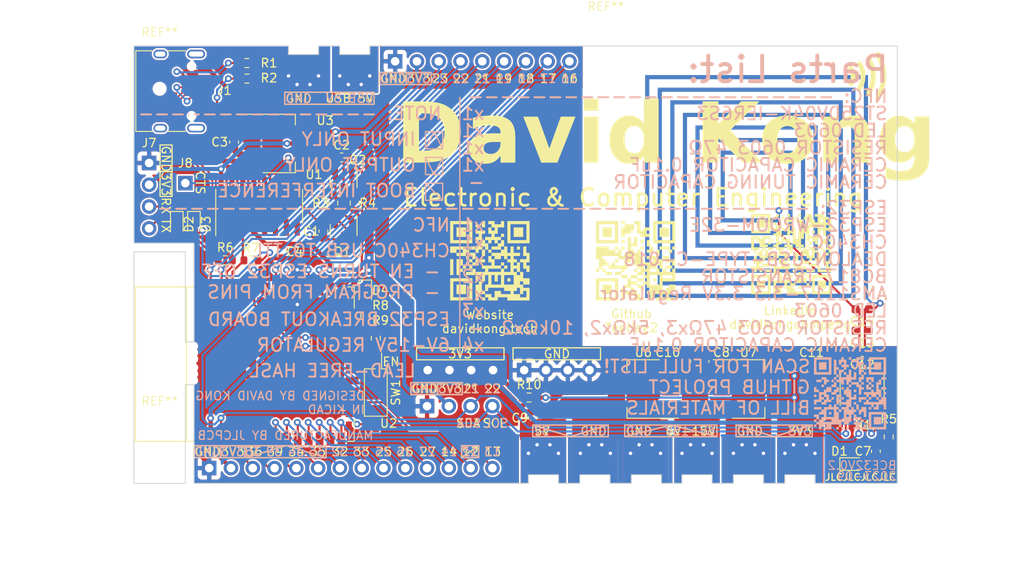
<source format=kicad_pcb>
(kicad_pcb (version 20221018) (generator pcbnew)
  (layers (0 "F.Cu" mixed) (31 "B.Cu" mixed) (34 "B.Paste" user) (35 "F.Paste" user) (36 "B.SilkS" user "B.Silkscreen") (37 "F.SilkS" user "F.Silkscreen") (38 "B.Mask" user) (39 "F.Mask" user) (44 "Edge.Cuts" user))
  (net 0 "")
  (net 4 "GND")
  (net 5 "VBUS")
  (net 6 "Net-(J1-CC1)")
  (net 7 "USB_D+")
  (net 8 "USB_D-")
  (net 9 "Net-(J1-CC2)")
  (net 10 "Net-(Q1-B)")
  (net 11 "RTS")
  (net 12 "ESP_32-EN")
  (net 13 "Net-(Q2-B)")
  (net 14 "DTR")
  (net 15 "ESP_32-IO0")
  (net 16 "TX")
  (net 17 "RX")
  (net 18 "+3V3")
  (net 25 "Net-(D1-A)")
  (net 26 "Net-(D2-A)")
  (net 27 "Net-(D3-A)")
  (net 28 "+5VA")
  (net 29 "+15V")
  (net 30 "+3.3VA")
  (net 31 "ESP_32-IO2")
  (net 32 "Net-(D4-A)")
  (net 33 "Net-(N1-AC0)")
  (net 34 "Net-(N1-AC1)")
  (net 35 "Net-(N1-V_EH)")
  (net 37 "IO36")
  (net 38 "IO39")
  (net 39 "IO34")
  (net 40 "IO35")
  (net 41 "IO32")
  (net 42 "IO33")
  (net 43 "IO25")
  (net 44 "IO26")
  (net 45 "IO27")
  (net 46 "IO14")
  (net 47 "IO12")
  (net 48 "IO13")
  (net 49 "IO21")
  (net 50 "IO22")
  (net 51 "IO23")
  (net 52 "IO19")
  (net 53 "IO18")
  (net 54 "IO17")
  (net 55 "IO16")
  (net 56 "IO15")
  (net 57 "IO4")
  (net 58 "IO5")
  (net 59 "CTS")
  (net 60 "Net-(SW1-A)")
  (footprint "Package_SO:SOIC-16_3.9x9.9mm_P1.27mm" (layer "F.Cu") (at 84.605 68.677 90)
    (fp_text reference "U1")
    (fp_text value "CH340C")
  )
  (footprint "Custom footprints:NFC LOGO 10x11.2" (layer "F.Cu") (at 155.5 53.5)
    (fp_text reference "G***" hide)
    (fp_text value "LOGO" hide)
  )
  (footprint "Capacitor_SMD:C_0603_1608Metric" (layer "F.Cu") (at 154.905 85.7 180)
    (fp_text reference "C12")
    (fp_text value "100p")
  )
  (footprint "QRCodes:github" (layer "F.Cu") (at 128.5 75.05)
    (fp_text reference "G***" hide)
    (fp_text value "LOGO" hide)
  )
  (footprint "Custom footprints:PinHeader_1x04_P2.54mm_Vertical_No_Silk" (layer "F.Cu") (at 71.775 63.65)
    (fp_text reference "J7")
    (fp_text value "Conn_01x04")
  )
  (footprint "Package_TO_SOT_SMD:SOT-23" (layer "F.Cu") (at 94.45 71.4575 -90)
    (fp_text reference "Q1")
    (fp_text value "BC817")
  )
  (footprint "Package_TO_SOT_SMD:SOT-223-3_TabPin2" (layer "F.Cu") (at 141.65 90)
    (fp_text reference "U7")
    (fp_text value "AMS1117-3.3")
  )
  (footprint "LED_SMD:LED_0603_1608Metric" (layer "F.Cu") (at 96.975 78.7875 -90)
    (fp_text reference "D4")
    (fp_text value "LED")
  )
  (footprint "Package_TO_SOT_SMD:SOT-223-3_TabPin2" (layer "F.Cu") (at 129.4 90 180)
    (fp_text reference "U6")
    (fp_text value "AMS1117-5.0")
  )
  (footprint "LED_SMD:LED_0603_1608Metric" (layer "F.Cu") (at 75 70.7875 -90)
    (fp_text reference "D2")
    (fp_text value "LED")
  )
  (footprint "Package_TO_SOT_SMD:SOT-23" (layer "F.Cu") (at 94.45 65.8695 -90)
    (fp_text reference "Q2")
    (fp_text value "BC817")
  )
  (footprint "Capacitor_SMD:C_0603_1608Metric" (layer "F.Cu") (at 81.684 61.213 90)
    (fp_text reference "C3")
    (fp_text value "0.1u")
  )
  (footprint "Resistor_SMD:R_0603_1608Metric" (layer "F.Cu") (at 83.175 52)
    (fp_text reference "R1")
    (fp_text value "5K1")
  )
  (footprint "Capacitor_SMD:C_0603_1608Metric" (layer "F.Cu") (at 156.5 97.26 -90)
    (fp_text reference "C7")
    (fp_text value "0.1u")
  )
  (footprint "Custom footprints:JLCPCB TOOLING" (layer "F.Cu") (at 125 52)
    (fp_text reference "REF**")
    (fp_text value "JLCPCB TOOLING")
  )
  (footprint "Custom footprints:PinHeader_1x04_P2.54mm_Vertical_No_Silk" (layer "F.Cu") (at 104.18 92 90)
    (fp_text reference "J3" hide)
    (fp_text value "Conn_01x04")
  )
  (footprint "Capacitor_SMD:C_0603_1608Metric" (layer "F.Cu") (at 92.098 71.602 90)
    (fp_text reference "C1")
    (fp_text value "0.1u")
  )
  (footprint "Capacitor_SMD:C_0603_1608Metric" (layer "F.Cu") (at 154.905 80.7 180)
    (fp_text reference "C14")
    (fp_text value "?")
  )
  (footprint "Capacitor_SMD:C_0603_1608Metric" (layer "F.Cu") (at 154.905 83.2 180)
    (fp_text reference "C13")
    (fp_text value "?")
  )
  (footprint "Connector_USB:USB_C_Receptacle_HRO_TYPE-C-31-M-12" (layer "F.Cu") (at 74.125 55.27 -90)
    (fp_text reference "J1")
    (fp_text value "USB_C_Receptacle_USB2.0")
  )
  (footprint "Custom footprints:PinHeader_1x04_P2.54mm_Vertical_No_Silk" (layer "F.Cu") (at 115.5 87.8 90)
    (fp_text reference "J6" hide)
    (fp_text value "Conn_01x04")
  )
  (footprint "Custom footprints:PinHeader_1x14_P2.54mm_Vertical_1_No_Silk" (layer "F.Cu") (at 78.78 99.22 90)
    (fp_text reference "J2" hide)
    (fp_text value "Conn_01x14")
  )
  (footprint "Resistor_SMD:R_0603_1608Metric" (layer "F.Cu") (at 96.975 81.405 90)
    (fp_text reference "R8")
    (fp_text value "47")
  )
  (footprint "Package_TO_SOT_SMD:SOT-223-3_TabPin2" (layer "F.Cu") (at 86.916 61.376)
    (fp_text reference "U3")
    (fp_text value "AMS1117-3.3")
  )
  (footprint "LED_SMD:LED_0603_1608Metric" (layer "F.Cu") (at 77 70.7875 -90)
    (fp_text reference "D3")
    (fp_text value "LED")
  )
  (footprint "Capacitor_SMD:C_0603_1608Metric" (layer "F.Cu") (at 87.25 73.975 -90)
    (fp_text reference "C4")
    (fp_text value "0.1u")
  )
  (footprint "PCM_Espressif:ESP32-WROOM-32E" (layer "F.Cu") (at 84.69 87.1 90)
    (fp_text reference "U2")
    (fp_text value "ESP32-WROOM-E")
  )
  (footprint "Custom footprints:PinHeader_1x09_P2.54mm_Vertical_No_Silk" (layer "F.Cu") (at 100.46 51.8 90)
    (fp_text reference "J4" hide)
    (fp_text value "Conn_01x09")
  )
  (footprint "Resistor_SMD:R_0603_1608Metric" (layer "F.Cu") (at 116.075 91 180)
    (fp_text reference "R10")
    (fp_text value "0")
  )
  (footprint "Capacitor_SMD:C_0603_1608Metric" (layer "F.Cu") (at 149 87.905 90)
    (fp_text reference "C11")
    (fp_text value "0.1u")
  )
  (footprint "Custom footprints:PinHeader_1x04_P2.54mm_Vertical_No_Silk" (layer "F.Cu") (at 104.25 87.8 90)
    (fp_text reference "J5" hide)
    (fp_text value "Conn_01x04")
  )
  (footprint "Button_Switch_SMD:SW_DIP_SPSTx01_Slide_Copal_CHS-01B_W7.62mm_P1.27mm" (layer "F.Cu") (at 98.2 90.41 -90)
    (fp_text reference "SW1")
    (fp_text value "SW_SPST")
  )
  (footprint "Resistor_SMD:R_0603_1608Metric" (layer "F.Cu") (at 83.175 53.813)
    (fp_text reference "R2")
    (fp_text value "5K1")
  )
  (footprint "Resistor_SMD:R_0603_1608Metric" (layer "F.Cu") (at 80.655 75 180)
    (fp_text reference "R6")
    (fp_text value "47")
  )
  (footprint "Capacitor_SMD:C_0603_1608Metric" (layer "F.Cu") (at 116.5 93.38 90)
    (fp_text reference "C9")
    (fp_text value "0.1u")
  )
  (footprint "Capacitor_SMD:C_0603_1608Metric" (layer "F.Cu") (at 134.4 86.78 90)
    (fp_text reference "C10")
    (fp_text value "0.1u")
  )
  (footprint "Resistor_SMD:R_0603_1608Metric" (layer "F.Cu") (at 98.2 84.075 -90)
    (fp_text reference "R9")
    (fp_text value "10K")
  )
  (footprint "Custom footprints:JLCPCB TOOLING" (layer "F.Cu") (at 73 98)
    (fp_text reference "REF**")
    (fp_text value "JLCPCB TOOLING")
  )
  (footprint "Custom footprints:PinHeader_1x01_P2.54mm_Vertical_No_Silk" (layer "F.Cu") (at 76 66)
    (fp_text reference "J8")
    (fp_text value "Conn_01x01")
  )
  (footprint "Package_SO:SOIC-8-1EP_3.9x4.9mm_P1.27mm_EP2.41x3.3mm" (layer "F.Cu") (at 154.9 90 -90)
    (fp_text reference "N1")
    (fp_text value "ST25DV04K-IER6S3")
  )
  (footprint "Custom footprints:JLCPCB TOOLING" (layer "F.Cu") (at 73 55)
    (fp_text reference "REF**")
    (fp_text value "JLCPCB TOOLING")
  )
  (footprint "QRCodes:davidkong.tech" (layer "F.Cu") (at 111.5 75.05)
    (fp_text reference "G***" hide)
    (fp_text value "LOGO" hide)
  )
  (footprint "LED_SMD:LED_0603_1608Metric" (layer "F.Cu") (at 153.7875 98.75)
    (fp_text reference "D1")
    (fp_text value "LED")
  )
  (footprint "Resistor_SMD:R_0603_1608Metric" (layer "F.Cu") (at 158 95.575 -90)
    (fp_text reference "R5")
    (fp_text value "47")
  )
  (footprint "Resistor_SMD:R_0603_1608Metric" (layer "F.Cu") (at 83.655 75)
    (fp_text reference "R7")
    (fp_text value "47")
  )
  (footprint "Capacitor_SMD:C_0603_1608Metric" (layer "F.Cu") (at 94.225 63)
    (fp_text reference "C2")
    (fp_text value "0.1u")
  )
  (footprint "QRCodes:linkedin" (layer "F.Cu") (at 146.644 74.28 90)
    (fp_text reference "G***" hide)
    (fp_text value "LOGO" hide)
  )
  (footprint "Capacitor_SMD:C_0603_1608Metric" (layer "F.Cu") (at 136.525 86.78 90)
    (fp_text reference "C8")
    (fp_text value "0.1u")
  )
  (footprint "Custom footprints:mouse-bite-2mm-slot_1" (layer "F.Cu") (at 76.25 85.75 -90)
    (fp_text reference "mouse-bite-2mm-slot" hide)
    (fp_text value "VAL**" hide)
  )
  (footprint "Custom footprints:mouse-bite-2mm-slot_1" (layer "F.Cu") (at 76.25 88.25 -90)
    (fp_text reference "mouse-bite-2mm-slot" hide)
    (fp_text value "VAL**" hide)
  )
  (footprint "Resistor_SMD:R_0603_1608Metric" (layer "F.Cu") (at 95.75 68.325 90)
    (fp_text reference "R4")
    (fp_text value "10K")
  )
  (footprint "Resistor_SMD:R_0603_1608Metric" (layer "F.Cu") (at 93.25 68.325 90)
    (fp_text reference "R3")
    (fp_text value "10K")
  )
  (footprint "Custom footprints:NFC2" (layer "B.Cu") (at 142.6 66.4 90)
    (fp_text reference "AE1" hide)
    (fp_text value "~" hide)
  )
  (footprint "Custom footprints:Github Business Card Project" (layer "B.Cu") (at 153.5 90.5 180)
    (fp_text reference "G***" hide)
    (fp_text value "LOGO" hide)
  )
  (gr_line (start 137.975 95.55) (end 132.6 94.2) (stroke (width 0.15)) (layer "B.SilkS"))
  (gr_line (start 108.204762 96.6) (end 110.204762 98) (stroke (width 0.15)) (layer "B.SilkS"))
  (gr_line (start 108 56) (end 108 86) (stroke (width 0.15)) (layer "B.SilkS"))
  (gr_rect (start 104 66) (end 106 68) (stroke (width 0.15)) (fill none) (layer "B.SilkS"))
  (gr_line (start 106 63) (end 105 65) (stroke (width 0.15)) (layer "B.SilkS"))
  (gr_line (start 106 62) (end 105 60) (stroke (width 0.15)) (layer "B.SilkS"))
  (gr_rect (start 80.111904 96.6) (end 82.911904 98) (stroke (width 0.15)) (fill none) (layer "B.SilkS"))
  (gr_line (start 104 62) (end 105 60) (stroke (width 0.15)) (layer "B.SilkS"))
  (gr_rect (start 101.75 53.1) (end 104.65 54.5) (stroke (width 0.15)) (fill none) (layer "B.SilkS"))
  (gr_rect (start 127.225 94.2) (end 137.975 95.55) (stroke (width 0.15)) (fill none) (layer "B.SilkS"))
  (gr_rect (start 98.697618 53.1) (end 101.797618 54.5) (stroke (width 0.15)) (fill none) (layer "B.SilkS"))
  (gr_rect (start 105.4 89.25) (end 108.3 90.65) (stroke (width 0.15)) (fill none) (layer "B.SilkS"))
  (gr_rect (start 83.1 96.6) (end 92.4 98) (stroke (width 0.15)) (fill none) (layer "B.SilkS"))
  (gr_line (start 83.1 98) (end 87.75 96.6) (stroke (width 0.15)) (layer "B.SilkS"))
  (gr_line (start 104 63) (end 105 65) (stroke (width 0.15)) (layer "B.SilkS"))
  (gr_line (start 149.1 94.2) (end 144.65 95.55) (stroke (width 0.15)) (layer "B.SilkS"))
  (gr_rect (start 102.3 89.25) (end 105.4 90.65) (stroke (width 0.15)) (fill none) (layer "B.SilkS"))
  (gr_line (start 144.65 95.55) (end 140.2 94.2) (stroke (width 0.15)) (layer "B.SilkS"))
  (gr_rect (start 116.5 94.2) (end 125.3 95.55) (stroke (width 0.15)) (fill none) (layer "B.SilkS"))
  (gr_rect (start 77.047618 96.6) (end 80.147618 98) (stroke (width 0.15)) (fill none) (layer "B.SilkS"))
  (gr_line (start 127.225 95.55) (end 132.6 94.2) (stroke (width 0.15)) (layer "B.SilkS"))
  (gr_rect (start 87.6 55.4) (end 98 56.8) (stroke (width 0.15)) (fill none) (layer "B.SilkS"))
  (gr_line (start 120.9 95.55) (end 116.5 94.2) (stroke (width 0.15)) (layer "B.SilkS"))
  (gr_line (start 106 68) (end 104 66) (stroke (width 0.15)) (layer "B.SilkS"))
  (gr_rect (start 108.204762 96.6) (end 110.204762 98) (stroke (width 0.15)) (fill none) (layer "B.SilkS"))
  (gr_line (start 125.3 94.2) (end 120.9 95.55) (stroke (width 0.15)) (layer "B.SilkS"))
  (gr_rect (start 104 63) (end 106 65) (stroke (width 0.15)) (fill none) (layer "B.SilkS"))
  (gr_line (start 87.75 96.6) (end 92.4 98) (stroke (width 0.15)) (layer "B.SilkS"))
  (gr_rect (start 104 60) (end 106 62) (stroke (width 0.15)) (fill none) (layer "B.SilkS"))
  (gr_rect (start 140.2 94.2) (end 149.1 95.55) (stroke (width 0.15)) (fill none) (layer "B.SilkS"))
  (gr_rect (start 102.3 89.25) (end 105.4 90.65) (stroke (width 0.15)) (fill none) (layer "F.SilkS"))
  (gr_line (start 132.6 94.2) (end 137.975 95.55) (stroke (width 0.15)) (layer "F.SilkS"))
  (gr_rect (start 98.65 53.1) (end 101.75 54.5) (stroke (width 0.15)) (fill none) (layer "F.SilkS"))
  (gr_line (start 116.5 94.2) (end 120.9 95.55) (stroke (width 0.15)) (layer "F.SilkS"))
  (gr_rect (start 140.2 94.2) (end 149.1 95.55) (stroke (width 0.15)) (fill none) (layer "F.SilkS"))
  (gr_rect (start 80.1 96.6) (end 82.9 98) (stroke (width 0.15)) (fill none) (layer "F.SilkS"))
  (gr_rect (start 77 96.6) (end 80.1 98) (stroke (width 0.15)) (fill none) (layer "F.SilkS"))
  (gr_rect (start 116.5 94.2) (end 125.3 95.55) (stroke (width 0.15)) (fill none) (layer "F.SilkS"))
  (gr_rect (start 105.4 89.25) (end 108.3 90.65) (stroke (width 0.15)) (fill none) (layer "F.SilkS"))
  (gr_rect (start 101.75 53.1) (end 104.65 54.5) (stroke (width 0.15)) (fill none) (layer "F.SilkS"))
  (gr_line (start 127.225 95.55) (end 132.6 94.2) (stroke (width 0.15)) (layer "F.SilkS"))
  (gr_line (start 83.1 98) (end 87.75 96.6) (stroke (width 0.15)) (layer "F.SilkS"))
  (gr_rect (start 73.05 64.65) (end 74.45 67.55) (stroke (width 0.15)) (fill none) (layer "F.SilkS"))
  (gr_line (start 120.9 95.55) (end 125.3 94.2) (stroke (width 0.15)) (layer "F.SilkS"))
  (gr_line (start 108.2 98) (end 110.2 96.6) (stroke (width 0.15)) (layer "F.SilkS"))
  (gr_rect (start 73.05 61.55) (end 74.45 64.65) (stroke (width 0.15)) (fill none) (layer "F.SilkS"))
  (gr_line (start 144.65 95.55) (end 149.1 94.2) (stroke (width 0.15)) (layer "F.SilkS"))
  (gr_rect (start 108.2 96.6) (end 110.2 98) (stroke (width 0.15)) (fill none) (layer "F.SilkS"))
  (gr_rect (start 127.225 94.2) (end 137.975 95.55) (stroke (width 0.15)) (fill none) (layer "F.SilkS"))
  (gr_rect (start 114.2 85.2) (end 124.4 86.6) (stroke (width 0.15)) (fill none) (layer "F.SilkS"))
  (gr_line (start 87.75 96.6) (end 92.4 98) (stroke (width 0.15)) (layer "F.SilkS"))
  (gr_rect (start 87.6 55.4) (end 98 56.8) (stroke (width 0.15)) (fill none) (layer "F.SilkS"))
  (gr_line (start 140.2 94.2) (end 144.65 95.55) (stroke (width 0.15)) (layer "F.SilkS"))
  (gr_rect (start 83.1 96.6) (end 92.4 98) (stroke (width 0.15)) (fill none) (layer "F.SilkS"))
  (gr_rect (start 102.95 85.2) (end 113.15 86.6) (stroke (width 0.15)) (fill none) (layer "F.SilkS"))
  (gr_line (start 91.525 51) (end 91.525 50) (stroke (width 0.1)) (layer "Edge.Cuts"))
  (gr_line (start 116 101) (end 116 100) (stroke (width 0.1)) (layer "Edge.Cuts"))
  (gr_line (start 77 84.5) (end 77 73) (stroke (width 0.1)) (layer "Edge.Cuts"))
  (gr_line (start 128 101) (end 128 100) (stroke (width 0.1)) (layer "Edge.Cuts"))
  (gr_line (start 99 101) (end 77 101) (stroke (width 0.1)) (layer "Edge.Cuts"))
  (gr_line (start 122 101) (end 119.5 101) (stroke (width 0.1)) (layer "Edge.Cuts"))
  (gr_line (start 131.5 101) (end 133.9 101) (stroke (width 0.1)) (layer "Edge.Cuts"))
  (gr_line (start 149.4 100) (end 149.4 101) (stroke (width 0.1)) (layer "Edge.Cuts"))
  (gr_line (start 137.4 101) (end 139.9 101) (stroke (width 0.1)) (layer "Edge.Cuts"))
  (gr_line (start 88.025 51) (end 91.525 51) (stroke (width 0.1)) (layer "Edge.Cuts"))
  (gr_line (start 145.9 101) (end 143.4 101) (stroke (width 0.1)) (layer "Edge.Cuts"))
  (gr_line (start 70 50) (end 70 73) (stroke (width 0.1)) (layer "Edge.Cuts"))
  (gr_line (start 143.4 100) (end 143.4 101) (stroke (width 0.1)) (layer "Edge.Cuts"))
  (gr_line (start 137.4 100) (end 137.4 101) (stroke (width 0.1)) (layer "Edge.Cuts"))
  (gr_line (start 70 101) (end 70 74) (stroke (width 0.1)) (layer "Edge.Cuts"))
  (gr_line (start 70 74) (end 76 74) (stroke (width 0.1)) (layer "Edge.Cuts"))
  (gr_line (start 139.9 100) (end 143.4 100) (stroke (width 0.1)) (layer "Edge.Cuts"))
  (gr_line (start 149.4 101) (end 159 101) (stroke (width 0.1)) (layer "Edge.Cuts"))
  (gr_line (start 77 89.5) (end 77 101) (stroke (width 0.1)) (layer "Edge.Cuts"))
  (gr_line (start 133.9 100) (end 137.4 100) (stroke (width 0.1)) (layer "Edge.Cuts"))
  (gr_line (start 145.9 100) (end 149.4 100) (stroke (width 0.1)) (layer "Edge.Cuts"))
  (gr_line (start 123.5 50) (end 99 50) (stroke (width 0.1)) (layer "Edge.Cuts"))
  (gr_line (start 159 89) (end 159 50) (stroke (width 0.1)) (layer "Edge.Cuts"))
  (gr_line (start 116 100) (end 119.5 100) (stroke (width 0.1)) (layer "Edge.Cuts"))
  (gr_line (start 70 50) (end 88.025 50) (stroke (width 0.1)) (layer "Edge.Cuts"))
  (gr_line (start 128 100) (end 131.5 100) (stroke (width 0.1)) (layer "Edge.Cuts"))
  (gr_line (start 94 50) (end 94 51) (stroke (width 0.1)) (layer "Edge.Cuts"))
  (gr_line (start 92 50) (end 91.525 50) (stroke (width 0.1)) (layer "Edge.Cuts"))
  (gr_line (start 128 101) (end 125.5 101) (stroke (width 0.1)) (layer "Edge.Cuts"))
  (gr_line (start 76 89.5) (end 76 101) (stroke (width 0.1)) (layer "Edge.Cuts"))
  (gr_line (start 131.5 100) (end 131.5 101) (stroke (width 0.1)) (layer "Edge.Cuts"))
  (gr_line (start 76 84.5) (end 77 84.5) (stroke (width 0.1)) (layer "Edge.Cuts"))
  (gr_line (start 114 101) (end 99 101) (stroke (width 0.1)) (layer "Edge.Cuts"))
  (gr_line (start 139.9 101) (end 139.9 100) (stroke (width 0.1)) (layer "Edge.Cuts"))
  (gr_line (start 122 100) (end 125.5 100) (stroke (width 0.1)) (layer "Edge.Cuts"))
  (gr_line (start 127 50) (end 123.5 50) (stroke (width 0.1)) (layer "Edge.Cuts"))
  (gr_line (start 97.5 51) (end 97.5 50) (stroke (width 0.1)) (layer "Edge.Cuts"))
  (gr_line (start 77 73) (end 70 73) (stroke (width 0.1)) (layer "Edge.Cuts"))
  (gr_line (start 94 51) (end 97.5 51) (stroke (width 0.1)) (layer "Edge.Cuts"))
  (gr_line (start 127 50) (end 159 50) (stroke (width 0.1)) (layer "Edge.Cuts"))
  (gr_line (start 99 50) (end 97.5 50) (stroke (width 0.1)) (layer "Edge.Cuts"))
  (gr_line (start 77 89.5) (end 76 89.5) (stroke (width 0.1)) (layer "Edge.Cuts"))
  (gr_line (start 94 50) (end 92 50) (stroke (width 0.1)) (layer "Edge.Cuts"))
  (gr_line (start 133.9 101) (end 133.9 100) (stroke (width 0.1)) (layer "Edge.Cuts"))
  (gr_line (start 114 101) (end 116 101) (stroke (width 0.1)) (layer "Edge.Cuts"))
  (gr_line (start 76 101) (end 70 101) (stroke (width 0.1)) (layer "Edge.Cuts"))
  (gr_line (start 88.025 50) (end 88.025 51) (stroke (width 0.1)) (layer "Edge.Cuts"))
  (gr_line (start 122 101) (end 122 100) (stroke (width 0.1)) (layer "Edge.Cuts"))
  (gr_line (start 125.5 100) (end 125.5 101) (stroke (width 0.1)) (layer "Edge.Cuts"))
  (gr_line (start 145.9 101) (end 145.9 100) (stroke (width 0.1)) (layer "Edge.Cuts"))
  (gr_line (start 76 74) (end 76 84.5) (stroke (width 0.1)) (layer "Edge.Cuts"))
  (gr_line (start 119.5 100) (end 119.5 101) (stroke (width 0.1)) (layer "Edge.Cuts"))
  (gr_line (start 159 89) (end 159 101) (stroke (width 0.1)) (layer "Edge.Cuts"))
  (gr_text "21" (at 110.3 90.55) (layer "B.SilkS") (effects (font (size 1 1)) (justify left bottom mirror)))
  (gr_text "LED 0603" (at 158 59) (layer "B.SilkS") (effects (font (size 1.5 1.5) (thickness 0.225)) (justify left top mirror)))
  (gr_text "5V" (at 118.575 95.5) (layer "B.SilkS") (effects (font (size 1 1)) (justify left bottom mirror)))
  (gr_text "x1" (at 111 74) (layer "B.SilkS") (effects (font (size 1.5 1.5) (thickness 0.225)) (justify left top mirror)))
  (gr_text "BCE32V0.2" (at 159 99.5) (layer "B.SilkS") (effects (font (size 1 1) (thickness 0.125)) (justify left bottom mirror)))
  (gr_text "18" (at 116.725 54.4) (layer "B.SilkS") (effects (font (size 1 1)) (justify left bottom mirror)))
  (gr_text "USB 5V" (at 98.05 56.7) (layer "B.SilkS") (effects (font (size 1 1)) (justify left bottom mirror)))
  (gr_text "26" (at 102.6 97.9) (layer "B.SilkS") (effects (font (size 1 1)) (justify left bottom mirror)))
  (gr_text "x3" (at 111 80) (layer "B.SilkS") (effects (font (size 1.5 1.5) (thickness 0.225)) (justify left top mirror)))
  (gr_text "39" (at 87.4 97.9) (layer "B.SilkS") (effects (font (size 1 1)) (justify left bottom mirror)))
  (gr_text "GND" (at 125.175 95.5) (layer "B.SilkS") (effects (font (size 1 1) (thickness 0.125)) (justify left bottom mirror)))
  (gr_text "3V3" (at 104.65 54.4) (layer "B.SilkS") (effects (font (size 1 1)) (justify left bottom mirror)))
  (gr_text "3V3" (at 149.05 95.5) (layer "B.SilkS") (effects (font (size 1 1)) (justify left bottom mirror)))
  (gr_text "AMS1117-3.3 3.3V Regulator" (at 158 78) (layer "B.SilkS") (effects (font (size 1.5 1.5) (thickness 0.225)) (justify left top mirror)))
  (gr_text "SCL" (at 113.75 94.575) (layer "B.SilkS") (effects (font (size 1 1)) (justify left bottom mirror)))
  (gr_text "16" (at 121.8 54.4) (layer "B.SilkS") (effects (font (size 1 1)) (justify left bottom mirror)))
  (gr_text "x1" (at 111 78) (layer "B.SilkS") (effects (font (size 1.5 1.5) (thickness 0.225)) (justify left top mirror)))
  (gr_text "LED 0603" (at 158 80) (layer "B.SilkS") (effects (font (size 1.5 1.5) (thickness 0.225)) (justify left top mirror)))
  (gr_text "25" (at 100.1 97.9) (layer "B.SilkS") (effects (font (size 1 1)) (justify left bottom mirror)))
  (gr_text "17" (at 119.35 54.4) (layer "B.SilkS") (effects (font (size 1 1)) (justify left bottom mirror)))
  (gr_text "x4" (at 111 84) (layer "B.SilkS") (effects (font (size 1.5 1.5) (thickness 0.225)) (justify left top mirror)))
  (gr_text "14" (at 107.8 97.9) (layer "B.SilkS") (effects (font (size 1 1)) (justify left bottom mirror)))
  (gr_text "SCAN FOR FULL LIST!\nGITHUB PROJECT\nBILL OF MATERIALS" (at 149 86.5) (layer "B.SilkS") (effects (font (size 1.5 1.5) (thickness 0.225)) (justify left top mirror)))
  (gr_text "SDA" (at 110.575 94.575) (layer "B.SilkS") (effects (font (size 1 1)) (justify left bottom mirror)))
  (gr_text "Parts List:" (at 158.25 51) (layer "B.SilkS") (effects (font (size 3 3) (thickness 0.45)) (justify left top mirror)))
  (gr_text "36" (at 84.95 97.9) (layer "B.SilkS") (effects (font (size 1 1)) (justify left bottom mirror)))
  (gr_text "NFC" (at 107 70) (layer "B.SilkS") (effects (font (size 1.5 1.5) (thickness 0.225)) (justify left top mirror)))
  (gr_text "x1" (at 111 72) (layer "B.SilkS") (effects (font (size 1.5 1.5) (thickness 0.225)) (justify left top mirror)))
  (gr_text "LEAD-FREE HASL" (at 103 87) (layer "B.SilkS") (effects (font (size 1.5 1.5) (thickness 0.225)) (justify left top mirror)))
  (gr_text "ST25DV04K-IER6S3\n" (at 158 57) (layer "B.SilkS") (effects (font (size 1.5 1.5) (thickness 0.225)) (justify left top mirror)))
  (gr_text "CH340C" (at 158 72) (layer "B.SilkS") (effects (font (size 1.5 1.5) (thickness 0.225)) (justify left top mirror)))
  (gr_text "DEALON USB-TYPE-C-018" (at 158 74) (layer "B.SilkS") (effects (font (size 1.5 1.5) (thickness 0.225)) (justify left top mirror)))
  (gr_text "INPUT ONLY" (at 103 60) (layer "B.SilkS") (effects (font (size 1.5 1.5) (thickness 0.225)) (justify left top mirror)))
  (gr_text "34" (at 89.95 97.9) (layer "B.SilkS") (effects (font (size 1 1)) (justify left bottom mirror)))
  (gr_text "ESP32-WROOM-32E" (at 158 70) (layer "B.SilkS") (effects (font (size 1.5 1.5) (thickness 0.225)) (justify left top mirror)))
  (gr_text "GND" (at 90.8 56.725) (layer "B.SilkS") (effects (font (size 1 1)) (justify left bottom mirror)))
  (gr_text "22" (at 109.1 54.4) (layer "B.SilkS") (effects (font (size 1 1)) (justify left bottom mirror)))
  (gr_text "ESP32 BREAKOUT BOARD" (at 107 81) (layer "B.SilkS") (effects (font (size 1.5 1.5) (thickness 0.225)) (justify left top mirror)))
  (gr_text "13" (at 112.85 97.9) (layer "B.SilkS") (effects (font (size 1 1)) (justify left bottom mirror)))
  (gr_text "x1" (at 111 70) (layer "B.SilkS") (effects (font (size 1.5 1.5) (thickness 0.225)) (justify left top mirror)))
  (gr_text "33" (at 97.5 97.9) (layer "B.SilkS") (effects (font (size 1 1)) (justify left bottom mirror)))
  (gr_text "-" (at 111 65) (layer "B.SilkS") (effects (font (size 1.5 1.5) (thickness 0.225)) (justify left top mirror)))
  (gr_text "x1" (at 111 57) (layer "B.SilkS") (effects (font (size 1.5 1.5) (thickness 0.225)) (justify left top mirror)))
  (gr_text "CERAMIC TUNING CAPACITOR" (at 158 65) (layer "B.SilkS") (effects (font (size 1.5 1.5) (thickness 0.225)) (justify left top mirror)))
  (gr_text "GND" (at 80.147618 97.9) (layer "B.SilkS") (effects (font (size 1 1) (thickness 0.15) bold) (justify left bottom mirror)))
  (gr_text "NOTE: ---------------" (at 106 57) (layer "B.SilkS") (effects (font (size 1.5 1.5) (thickness 0.225)) (justify left top mirror)))
  (gr_text "NFC: -----------------------" (at 158 55) (layer "B.SilkS") (effects (font (size 1.5 1.5) (thickness 0.225)) (justify left top mirror)))
  (gr_text "-" (at 111 82) (layer "B.SilkS") (effects (font (size 1.5 1.5) (thickness 0.225)) (justify left top mirror)))
  (gr_text "RESISTOR 0603 47Ωx3, 5kΩx2, 10kΩx2" (at 158 82) (layer "B.SilkS") (effects (font (size 1.5 1.5) (thickness 0.225)) (justify left top mirror)))
  (gr_text "BOOT INTERFERENCE" (at 103 66) (layer "B.SilkS") (effects (font (size 1.5 1.5) (thickness 0.225)) (justify left top mirror)))
  (gr_text "CERAMIC CAPACITOR 0.1uF" (at 158 84) (layer "B.SilkS") (effects (font (size 1.5 1.5) (thickness 0.225)) (justify left top mirror)))
  (gr_text "GND" (at 101.797618 54.4) (layer "B.SilkS") (effects (font (size 1 1) (thickness 0.15) bold) (justify left bottom mirror)))
  (gr_text "GND" (at 130.475 95.5) (layer "B.SilkS") (effects (font (size 1 1)) (justify left bottom mirror)))
  (gr_text "27" (at 105.25 97.925) (layer "B.SilkS") (effects (font (size 1 1)) (justify left bottom mirror)))
  (gr_text "22" (at 112.8 90.55) (layer "B.SilkS") (effects (font (size 1 1)) (justify left bottom mirror)))
  (gr_text "3V3" (at 108.3 90.55) (layer "B.SilkS") (effects (font (size 1 1)) (justify left bottom mirror)))
  (gr_text "2023-09" (at 159 100.75) (layer "B.SilkS") (effects (font (size 1 1) (thickness 0.125)) (justify left bottom mirror)))
  (gr_text "x2" (at 111 76) (layer "B.SilkS") (effects (font (size 1.5 1.5) (thickness 0.225)) (justify left top mirror)))
  (gr_text "23" (at 106.65 54.4) (layer "B.SilkS") (effects (font (size 1 1)) (justify left bottom mirror)))
  (gr_text "CERAMIC CAPACITOR 0.1uF" (at 158 63) (layer "B.SilkS") (effects (font (size 1.5 1.5) (thickness 0.225)) (justify left top mirror)))
  (gr_text "OUTPUT ONLY" (at 103 63) (layer "B.SilkS") (effects (font (size 1.5 1.5) (thickness 0.225)) (justify left top mirror)))
  (gr_text "x1" (at 111 63) (layer "B.SilkS") (effects (font (size 1.5 1.5) (thickness 0.225)) (justify left top mirror)))
  (gr_text "6V-15V" (at 137.875 95.5) (layer "B.SilkS") (effects (font (size 1 1)) (justify left bottom mirror)))
  (gr_text "MANUFACTURED BY JLCPCB" (at 98 96) (layer "B.SilkS") (effects (font (size 1 1)) (justify left bottom mirror)))
  (gr_text "35" (at 92.35 97.9) (layer "B.SilkS") (effects (font (size 1 1)) (justify left bottom mirror)))
  (gr_text "3V3" (at 82.961904 97.9) (layer "B.SilkS") (effects (font (size 1 1)) (justify left bottom mirror)))
  (gr_text "GND" (at 143.4 95.5) (layer "B.SilkS") (effects (font (size 1 1)) (justify left bottom mirror)))
  (gr_text "6V-15V REGULATOR" (at 107 84) (layer "B.SilkS") (effects (font (size 1.5 1.5) (thickness 0.225)) (justify left top mirror)))
  (gr_text "CH340C USB TO TTL\n - EN TURNS ESP32 OFF\n - PROGRAM FROM PINS" (at 107 73) (layer "B.SilkS") (effects (font (size 1.5 1.5) (thickness 0.225)) (justify left top mirror)))
  (gr_text "DESIGNED BY DAVID KONG\nIN KICAD" (at 97 93) (layer "B.SilkS") (effects (font (size 1 1)) (justify left bottom mirror)))
  (gr_text "GND" (at 105.4 90.55) (layer "B.SilkS") (effects (font (size 1 1) (thickness 0.15) bold) (justify left bottom mirror)))
  (gr_text "19" (at 114.15 54.4) (layer "B.SilkS") (effects (font (size 1 1)) (justify left bottom mirror)))
  (gr_text "21" (at 111.575 54.4) (layer "B.SilkS") (effects (font (size 1 1)) (justify left bottom mirror)))
  (gr_text "32" (at 95 97.9) (layer "B.SilkS") (effects (font (size 1 1)) (justify left bottom mirror)))
  (gr_text "x1" (at 111 59) (layer "B.SilkS") (effects (font (size 1.5 1.5) (thickness 0.225)) (justify left top mirror)))
  (gr_text "12" (at 110.204762 97.9) (layer "B.SilkS") (effects (font (size 1 1)) (justify left bottom mirror)))
  (gr_text "BC817 TRANSISTOR\n" (at 158 76) (layer "B.SilkS") (effects (font (size 1.5 1.5) (thickness 0.225)) (justify left top mirror)))
  (gr_text "ESP32: -----------------------------------------" (at 158 68) (layer "B.SilkS") (effects (font (size 1.5 1.5) (thickness 0.225)) (justify left top mirror)))
  (gr_text "x1" (at 111 61) (layer "B.SilkS") (effects (font (size 1.5 1.5) (thickness 0.225)) (justify left top mirror)))
  (gr_text "RESISTOR 0603 47Ω" (at 158 61) (layer "B.SilkS") (effects (font (size 1.5 1.5) (thickness 0.225)) (justify left top mirror)))
  (gr_text "14" (at 105.7 97.9) (layer "F.SilkS") (effects (font (size 1 1)) (justify left bottom)))
  (gr_text "26" (at 100.6 97.9) (layer "F.SilkS") (effects (font (size 1 1)) (justify left bottom)))
  (gr_text "25" (at 98.1 97.9) (layer "F.SilkS") (effects (font (size 1 1)) (justify left bottom)))
  (gr_text "GND" (at 121.975 95.5) (layer "F.SilkS") (effects (font (size 1 1)) (justify left bottom)))
  (gr_text "SCL" (at 110.55 94.575) (layer "F.SilkS") (effects (font (size 1 1)) (justify left bottom)))
  (gr_text "Electronic & Computer Engineering" (at 101.2 68.85) (layer "F.SilkS") (effects (font (size 2 2) (thickness 0.3)) (justify left bottom)))
  (gr_text "35" (at 90.4 97.9) (layer "F.SilkS") (effects (font (size 1 1)) (justify left bottom)))
  (gr_text "SDA" (at 107.475 94.575) (layer "F.SilkS") (effects (font (size 1 1)) (justify left bottom)))
  (gr_text "GND" (at 77 97.9) (layer "F.SilkS") (effects (font (size 1 1) (thickness 0.15) bold) (justify left bottom)))
  (gr_text "21" (at 109.575 54.4) (layer "F.SilkS") (effects (font (size 1 1)) (justify left bottom)))
  (gr_text "12" (at 108.2 97.9) (layer "F.SilkS") (effects (font (size 1 1)) (justify left bottom)))
  (gr_text "3V3" (at 105.4 90.55) (layer "F.SilkS") (effects (font (size 1 1)) (justify left bottom)))
  (gr_text "6V-15V" (at 131.895 95.5) (layer "F.SilkS") (effects (font (size 1 1)) (justify left bottom)))
  (gr_text "17" (at 117.25 54.4) (layer "F.SilkS") (effects (font (size 1 1)) (justify left bottom)))
  (gr_text "32" (at 93 97.9) (layer "F.SilkS") (effects (font (size 1 1)) (justify left bottom)))
  (gr_text "3V3" (at 101.75 54.4) (layer "F.SilkS") (effects (font (size 1 1)) (justify left bottom)))
  (gr_text "3V3" (at 106.55 86.5) (layer "F.SilkS") (effects (font (size 1 1)) (justify left bottom)))
  (gr_text "3V3" (at 146.2 95.5) (layer "F.SilkS") (effects (font (size 1 1)) (justify left bottom)))
  (gr_text "33" (at 95.5 97.9) (layer "F.SilkS") (effects (font (size 1 1)) (justify left bottom)))
  (gr_text "13" (at 110.8 97.9) (layer "F.SilkS") (effects (font (size 1 1)) (justify left bottom)))
  (gr_text "EN" (at 98.9 87.4) (layer "F.SilkS") (effects (font (size 1 1)) (justify left bottom)))
  (gr_text "22" (at 110.803 90.55) (layer "F.SilkS") (effects (font (size 1 1)) (justify left bottom)))
  (gr_text "GND" (at 140.2 95.5) (layer "F.SilkS") (effects (font (size 1 1)) (justify left bottom)))
  (gr_text "RX" (at 73.15 67.55 270) (layer "F.SilkS") (effects (font (size 1 1)) (justify left bottom)))
  (gr_text "16" (at 119.75 54.4) (layer "F.SilkS") (effects (font (size 1 1)) (justify left bottom)))
  (gr_text "GND" (at 73.15 61.55 -90) (layer "F.SilkS") (effects (font (size 1 1) (thickness 0.15) bold) (justify left bottom)))
  (gr_text "34" (at 87.9 97.9) (layer "F.SilkS") (effects (font (size 1 1)) (justify left bottom)))
  (gr_text "Github\nTeeHee2\n\n" (at 128 85.05) (layer "F.SilkS") (effects (font (size 1 1)) (justify bottom)))
  (gr_text "21" (at 108.3 90.55) (layer "F.SilkS") (effects (font (size 1 1)) (justify left bottom)))
  (gr_text "USB 5V" (at 92.225 56.7) (layer "F.SilkS") (effects (font (size 1 1)) (justify left bottom)))
  (gr_text "David Kong" (at 100.5 64.8) (layer "F.SilkS") (effects (font (size 7 7) (thickness 1.4) bold) (justify left bottom)))
  (gr_text "27" (at 103.2 97.9) (layer "F.SilkS") (effects (font (size 1 1)) (justify left bottom)))
  (gr_text "GND" (at 117.7 86.5) (layer "F.SilkS") (effects (font (size 1 1) (thickness 0.15) bold) (justify left bottom)))
  (gr_text "LinkedIn\ndavidkongcompeng\n" (at 146.5 83.05) (layer "F.SilkS") (effects (font (size 1 1)) (justify bottom)))
  (gr_text "Website\ndavidkong.tech" (at 111.5 83.55) (layer "F.SilkS") (effects (font (size 1 1)) (justify bottom)))
  (gr_text "TX" (at 73.15 70 270) (layer "F.SilkS") (effects (font (size 1 1)) (justify left bottom)))
  (gr_text "JLCJLCJLCJLC" (at 150.5 100.75) (layer "F.SilkS") (effects (font (size 0.8 0.8)) (justify left bottom)))
  (gr_text "GND" (at 102.3 90.55) (layer "F.SilkS") (effects (font (size 1 1) (thickness 0.15) bold) (justify left bottom)))
  (gr_text "23" (at 104.65 54.4) (layer "F.SilkS") (effects (font (size 1 1)) (justify left bottom)))
  (gr_text "5V" (at 116.57 95.5) (layer "F.SilkS") (effects (font (size 1 1)) (justify left bottom)))
  (gr_text "CTS" (at 77.15 64.5 -90) (layer "F.SilkS") (effects (font (size 1 1)) (justify left bottom)))
  (gr_text "36" (at 83 97.9) (layer "F.SilkS") (effects (font (size 1 1)) (justify left bottom)))
  (gr_text "18" (at 114.675 54.4) (layer "F.SilkS") (effects (font (size 1 1)) (justify left bottom)))
  (gr_text "19" (at 112.1 54.4) (layer "F.SilkS") (effects (font (size 1 1)) (justify left bottom)))
  (gr_text "GND" (at 127.285 95.5) (layer "F.SilkS") (effects (font (size 1 1)) (justify left bottom)))
  (gr_text "GND" (at 87.6 56.725) (layer "F.SilkS") (effects (font (size 1 1)) (justify left bottom)))
  (gr_text "22" (at 107.1 54.4) (layer "F.SilkS") (effects (font (size 1 1)) (justify left bottom)))
  (gr_text "GND" (at 98.65 54.4) (layer "F.SilkS") (effects (font (size 1 1) (thickness 0.15) bold) (justify left bottom)))
  (gr_text "39" (at 85.4 97.9) (layer "F.SilkS") (effects (font (size 1 1)) (justify left bottom)))
  (gr_text "3V3" (at 73.15 64.65 -90) (layer "F.SilkS") (effects (font (size 1 1)) (justify left bottom)))
  (gr_text "3V3" (at 80.05 97.9) (layer "F.SilkS") (effects (font (size 1 1)) (justify left bottom)))
  (segment (start 77.68 78.35) (end 77.68 76.58) (width 0.75) (layer "F.Cu") (net 4))
  (segment (start 79 99) (end 77.68 97.68) (width 0.5) (layer "F.Cu") (net 4))
  (segment (start 77.68 97.68) (end 77.68 95.85) (width 0.5) (layer "F.Cu") (net 4))
  (segment (start 77.68 78.35) (end 77.68 79.98) (width 0.75) (layer "F.Cu") (net 4))
  (segment (start 132.55 92.3) (end 129.95 92.3) (width 0.75) (layer "F.Cu") (net 4))
  (via (at 88.025 53.5) (size 0.8) (drill 0.4) (layers "F.Cu" "B.Cu") (net 4))
  (via (at 127.9 97.5) (size 0.8) (drill 0.4) (layers "F.Cu" "B.Cu") (net 4))
  (via (at 142.4 96.5) (size 0.8) (drill 0.4) (layers "F.Cu" "B.Cu") (net 4))
  (via (at 131.4 97.5) (size 0.8) (drill 0.4) (layers "F.Cu" "B.Cu") (net 4))
  (via (at 89.05 80.15) (size 0.8) (drill 0.4) (layers "F.Cu" "B.Cu") (net 4))
  (via (at 89.05 76.1) (size 0.8) (drill 0.4) (layers "F.Cu" "B.Cu") (net 4))
  (via (at 89.025 54.5) (size 0.8) (drill 0.4) (layers "F.Cu" "B.Cu") (net 4))
  (via (at 130.4 96.5) (size 0.8) (drill 0.4) (layers "F.Cu" "B.Cu") (net 4))
  (via (at 123.05 96.5) (size 0.8) (drill 0.4) (layers "F.Cu" "B.Cu") (net 4))
  (via (at 122.05 97.5) (size 0.8) (drill 0.4) (layers "F.Cu" "B.Cu") (net 4))
  (via (at 125.55 97.5) (size 0.8) (drill 0.4) (layers "F.Cu" "B.Cu") (net 4))
  (via (at 91.525 53.5) (size 0.8) (drill 0.4) (layers "F.Cu" "B.Cu") (net 4))
  (via (at 140.9 96.5) (size 0.8) (drill 0.4) (layers "F.Cu" "B.Cu") (net 4))
  (via (at 128.9 96.5) (size 0.8) (drill 0.4) (layers "F.Cu" "B.Cu") (net 4))
  (via (at 90.525 54.5) (size 0.8) (drill 0.4) (layers "F.Cu" "B.Cu") (net 4))
  (via (at 143.4 97.5) (size 0.8) (drill 0.4) (layers "F.Cu" "B.Cu") (net 4))
  (via (at 139.9 97.5) (size 0.8) (drill 0.4) (layers "F.Cu" "B.Cu") (net 4))
  (via (at 124.55 96.5) (size 0.8) (drill 0.4) (layers "F.Cu" "B.Cu") (net 4))
  (segment (start 89.05 76.1) (end 89.05 80.15) (width 0.5) (layer "B.Cu") (net 4))
  (segment (start 93.875 55.053554) (end 93.875 54.478554) (width 0.5) (layer "F.Cu") (net 5))
  (segment (start 75.755 57.963274) (end 75.755 59.983503) (width 0.5) (layer "F.Cu") (net 5))
  (segment (start 81.684 61.533) (end 81.684 62.738) (width 0.25) (layer "F.Cu") (net 5))
  (segment (start 77.451726 57.72) (end 77.066726 57.335) (width 0.5) (layer "F.Cu") (net 5))
  (segment (start 81.684 62.738) (end 81 63.422) (width 0.25) (layer "F.Cu") (net 5))
  (segment (start 78.772 52.82) (end 78.17 52.82) (width 0.25) (layer "F.Cu") (net 5))
  (segment (start 83.512 63.422) (end 83.512 63.361) (width 0.25) (layer "F.Cu") (net 5))
  (segment (start 80.4135 54.4615) (end 81.677 55.725) (width 0.5) (layer "F.Cu") (net 5))
  (segment (start 79.193497 63.422) (end 81 63.422) (width 0.5) (layer "F.Cu") (net 5))
  (segment (start 81.677 55.725) (end 93.203554 55.725) (width 0.5) (layer "F.Cu") (net 5))
  (segment (start 78.17 57.72) (end 79.78 57.72) (width 0.5) (layer "F.Cu") (net 5))
  (segment (start 81 63.422) (end 83.512 63.422) (width 0.5) (layer "F.Cu") (net 5))
  (segment (start 77.066726 57.335) (end 76.383274 57.335) (width 0.5) (layer "F.Cu") (net 5))
  (segment (start 79.78 57.72) (end 81.677 55.823) (width 0.5) (layer "F.Cu") (net 5))
  (segment (start 76.383274 57.335) (end 75.755 57.963274) (width 0.5) (layer "F.Cu") (net 5))
  (segment (start 78.17 57.72) (end 77.451726 57.72) (width 0.5) (layer "F.Cu") (net 5))
  (segment (start 81.677 55.823) (end 81.677 55.725) (width 0.5) (layer "F.Cu") (net 5))
  (segment (start 93.203554 55.725) (end 93.875 55.053554) (width 0.5) (layer "F.Cu") (net 5))
  (segment (start 81.677 55.725) (end 78.772 52.82) (width 0.5) (layer "F.Cu") (net 5))
  (segment (start 75.755 59.983503) (end 79.193497 63.422) (width 0.5) (layer "F.Cu") (net 5))
  (via (at 94 53.5) (size 0.8) (drill 0.4) (layers "F.Cu" "B.Cu") (net 5))
  (via (at 96.5 54.5) (size 0.8) (drill 0.4) (layers "F.Cu" "B.Cu") (net 5))
  (via (at 97.5 53.5) (size 0.8) (drill 0.4) (layers "F.Cu" "B.Cu") (net 5))
  (via (at 95 54.5) (size 0.8) (drill 0.4) (layers "F.Cu" "B.Cu") (net 5))
  (segment (start 80.88 52) (end 80.83 52.05) (width 0.25) (layer "F.Cu") (net 6))
  (segment (start 82.35 52) (end 80.88 52) (width 0.25) (layer "F.Cu") (net 6))
  (segment (start 78.17 54.02) (end 76.425305 54.02) (width 0.25) (layer "F.Cu") (net 6))
  (segment (start 76.425305 54.02) (end 75.405305 53) (width 0.25) (layer "F.Cu") (net 6))
  (segment (start 75.405305 53) (end 75 53) (width 0.25) (layer "F.Cu") (net 6))
  (via (at 81.01 52) (size 0.8) (drill 0.4) (layers "F.Cu" "B.Cu") (net 6))
  (via (at 75 53) (size 0.8) (drill 0.4) (layers "F.Cu" "B.Cu") (net 6))
  (segment (start 75 53) (end 75.08 53.08) (width 0.25) (layer "B.Cu") (net 6))
  (segment (start 79.93 53.08) (end 81.01 52) (width 0.25) (layer "B.Cu") (net 6))
  (segment (start 75.08 53.08) (end 79.93 53.08) (width 0.25) (layer "B.Cu") (net 6))
  (segment (start 75.886945 54.834631) (end 76.072314 55.02) (width 0.2) (layer "F.Cu") (net 7))
  (segment (start 80.180918 68.4) (end 82.4 68.4) (width 0.2) (layer "F.Cu") (net 7))
  (segment (start 83.142 69.142) (end 84.478 69.142) (width 0.2) (layer "F.Cu") (net 7))
  (segment (start 84.478 69.142) (end 85.24 69.904) (width 0.2) (layer "F.Cu") (net 7))
  (segment (start 78.17 56.02) (end 78.765 56.02) (width 0.2) (layer "F.Cu") (net 7))
  (segment (start 75 54.834631) (end 75.886945 54.834631) (width 0.2) (layer "F.Cu") (net 7))
  (segment (start 79.16 65.725686) (end 79.16 67.379082) (width 0.2) (layer "F.Cu") (net 7))
  (segment (start 85.24 69.904) (end 85.24 71.152) (width 0.2) (layer "F.Cu") (net 7))
  (segment (start 79.16 67.379082) (end 80.180918 68.4) (width 0.2) (layer "F.Cu") (net 7))
  (segment (start 74.468 61.033686) (end 79.16 65.725686) (width 0.2) (layer "F.Cu") (net 7))
  (segment (start 78.17 55.02) (end 76.072314 55.02) (width 0.2) (layer "F.Cu") (net 7))
  (segment (start 76.072314 55.02) (end 74.468 56.624314) (width 0.2) (layer "F.Cu") (net 7))
  (segment (start 76.199849 56.447395) (end 76.627244 56.02) (width 0.2) (layer "F.Cu") (net 7))
  (segment (start 74.468 56.624314) (end 74.468 61.033686) (width 0.2) (layer "F.Cu") (net 7))
  (segment (start 78.17 56.02) (end 78.178 56.028) (width 0.2) (layer "F.Cu") (net 7))
  (segment (start 76.627244 56.02) (end 78.17 56.02) (width 0.2) (layer "F.Cu") (net 7))
  (segment (start 82.4 68.4) (end 83.142 69.142) (width 0.2) (layer "F.Cu") (net 7))
  (segment (start 78.765 55.02) (end 78.17 55.02) (width 0.2) (layer "F.Cu") (net 7))
  (via (at 76.199849 56.447395) (size 0.8) (drill 0.4) (layers "F.Cu" "B.Cu") (net 7))
  (via (at 75 54.834631) (size 0.8) (drill 0.4) (layers "F.Cu" "B.Cu") (net 7))
  (segment (start 76.199849 56.447395) (end 75 55.247546) (width 0.2) (layer "B.Cu") (net 7))
  (segment (start 75 55.247546) (end 75 54.834631) (width 0.2) (layer "B.Cu") (net 7))
  (segment (start 79.165 55.45) (end 79.095 55.52) (width 0.2) (layer "F.Cu") (net 8))
  (segment (start 85.494 68.742) (end 83.36896 68.742) (width 0.2) (layer "F.Cu") (net 8))
  (segment (start 78.17 54.52) (end 79.095 54.52) (width 0.2) (layer "F.Cu") (net 8))
  (segment (start 79.165 54.59) (end 79.165 55.45) (width 0.2) (layer "F.Cu") (net 8))
  (segment (start 76.138 55.52) (end 78.17 55.52) (width 0.2) (layer "F.Cu") (net 8))
  (segment (start 80.346604 68) (end 79.56 67.213396) (width 0.2) (layer "F.Cu") (net 8))
  (segment (start 86.51 71.152) (end 86.51 69.758) (width 0.2) (layer "F.Cu") (net 8))
  (segment (start 86.51 69.758) (end 85.494 68.742) (width 0.2) (layer "F.Cu") (net 8))
  (segment (start 79.56 65.56) (end 74.868 60.868) (width 0.2) (layer "F.Cu") (net 8))
  (segment (start 79.095 55.52) (end 78.17 55.52) (width 0.2) (layer "F.Cu") (net 8))
  (segment (start 79.095 54.52) (end 79.165 54.59) (width 0.2) (layer "F.Cu") (net 8))
  (segment (start 82.62696 68) (end 80.346604 68) (width 0.2) (layer "F.Cu") (net 8))
  (segment (start 74.868 59.838) (end 74.868 56.79) (width 0.2) (layer "F.Cu") (net 8))
  (segment (start 74.868 60.868) (end 74.868 59.75) (width 0.2) (layer "F.Cu") (net 8))
  (segment (start 83.36896 68.742) (end 82.62696 68) (width 0.2) (layer "F.Cu") (net 8))
  (segment (start 79.56 67.213396) (end 79.56 65.56) (width 0.2) (layer "F.Cu") (net 8))
  (segment (start 74.868 56.79) (end 76.138 55.52) (width 0.2) (layer "F.Cu") (net 8))
  (segment (start 79.694 56.028) (end 79.694 56.661604) (width 0.25) (layer "F.Cu") (net 9))
  (segment (start 81.012 53.813) (end 82.35 53.813) (width 0.25) (layer "F.Cu") (net 9))
  (segment (start 81.01 53.811) (end 81.012 53.813) (width 0.25) (layer "F.Cu") (net 9))
  (segment (start 79.694 56.661604) (end 79.335604 57.02) (width 0.25) (layer "F.Cu") (net 9))
  (segment (start 79.335604 57.02) (end 78.17 57.02) (width 0.25) (layer "F.Cu") (net 9))
  (via (at 79.694 56.028) (size 0.8) (drill 0.4) (layers "F.Cu" "B.Cu") (net 9))
  (via (at 81.012 53.813) (size 0.8) (drill 0.4) (layers "F.Cu" "B.Cu") (net 9))
  (segment (start 79.694 55.131) (end 81.012 53.813) (width 0.25) (layer "B.Cu") (net 9))
  (segment (start 79.694 56.028) (end 79.694 55.131) (width 0.25) (layer "B.Cu") (net 9))
  (segment (start 81.012 53.813) (end 81.218 54.019) (width 0.25) (layer "B.Cu") (net 9))
  (segment (start 94.03 69.15) (end 95.4 70.52) (width 0.25) (layer "F.Cu") (net 10))
  (segment (start 93.25 69.15) (end 94.03 69.15) (width 0.25) (layer "F.Cu") (net 10))
  (segment (start 82.7 67.472) (end 83.545 68.317) (width 0.25) (layer "F.Cu") (net 11))
  (segment (start 95.046751 71.5825) (end 95.8615 71.5825) (width 0.25) (layer "F.Cu") (net 11))
  (segment (start 93.193 70.827) (end 93.5 70.52) (width 0.25) (layer "F.Cu") (net 11))
  (segment (start 82.7 66.202) (end 82.7 67.472) (width 0.25) (layer "F.Cu") (net 11))
  (segment (start 93.984251 70.52) (end 95.046751 71.5825) (width 0.25) (layer "F.Cu") (net 11))
  (segment (start 95.8615 71.5825) (end 96.162 71.282) (width 0.25) (layer "F.Cu") (net 11))
  (segment (start 89.317 68.317) (end 91.827 70.827) (width 0.25) (layer "F.Cu") (net 11))
  (segment (start 96.162 71.282) (end 96.162 69.661) (width 0.25) (layer "F.Cu") (net 11))
  (segment (start 93.5 70.52) (end 93.984251 70.52) (width 0.25) (layer "F.Cu") (net 11))
  (segment (start 96.162 69.661) (end 95.4 68.899) (width 0.25) (layer "F.Cu") (net 11))
  (segment (start 83.545 68.317) (end 89.317 68.317) (width 0.25) (layer "F.Cu") (net 11))
  (segment (start 91.827 70.827) (end 93.193 70.827) (width 0.25) (layer "F.Cu") (net 11))
  (segment (start 94.293 72.552) (end 92.352 72.552) (width 0.25) (layer "F.Cu") (net 12))
  (segment (start 80.16 95.79) (end 80.22 95.85) (width 0.25) (layer "F.Cu") (net 12))
  (segment (start 94.45 72.395) (end 94.293 72.552) (width 0.25) (layer "F.Cu") (net 12))
  (segment (start 92.352 72.552) (end 92.098 72.298) (width 0.25) (layer "F.Cu") (net 12))
  (segment (start 90.798 72.298) (end 92.098 72.298) (width 0.25) (layer "F.Cu") (net 12))
  (segment (start 80.16 93.38) (end 80.16 95.79) (width 0.25) (layer "F.Cu") (net 12))
  (segment (start 90.5 72) (end 90.798 72.298) (width 0.25) (layer "F.Cu") (net 12))
  (segment (start 96.01 94.11) (end 96 94.1) (width 0.25) (layer "F.Cu") (net 12))
  (segment (start 98.1 94.11) (end 96.01 94.11) (width 0.25) (layer "F.Cu") (net 12))
  (via (at 90.5 72) (size 0.8) (drill 0.4) (layers "F.Cu" "B.Cu") (net 12))
  (via (at 96 94.1) (size 0.8) (drill 0.4) (layers "F.Cu" "B.Cu") (net 12))
  (via (at 80.16 93.38) (size 0.8) (drill 0.4) (layers "F.Cu" "B.Cu") (net 12))
  (segment (start 80.16 93.38) (end 80.74 92.8) (width 0.25) (layer "B.Cu") (net 12))
  (segment (start 86.598604 75.383) (end 86.209695 75.383) (width 0.25) (layer "B.Cu") (net 12))
  (segment (start 78.649695 94.125) (end 79.415 94.125) (width 0.25) (layer "B.Cu") (net 12))
  (segment (start 94.7 92.8) (end 96 94.1) (width 0.25) (layer "B.Cu") (net 12))
  (segment (start 90.5 72) (end 89.981604 72) (width 0.25) (layer "B.Cu") (net 12))
  (segment (start 78 86.056348) (end 78 93.475305) (width 0.25) (layer "B.Cu") (net 12))
  (segment (start 80.74 92.8) (end 94.7 92.8) (width 0.25) (layer "B.Cu") (net 12))
  (segment (start 78 93.475305) (end 78.649695 94.125) (width 0.25) (layer "B.Cu") (net 12))
  (segment (start 85.785 75.807695) (end 85.785 78.271348) (width 0.25) (layer "B.Cu") (net 12))
  (segment (start 85.785 78.271348) (end 78 86.056348) (width 0.25) (layer "B.Cu") (net 12))
  (segment (start 79.415 94.125) (end 80.16 93.38) (width 0.25) (layer "B.Cu") (net 12))
  (segment (start 89.981604 72) (end 86.598604 75.383) (width 0.25) (layer "B.Cu") (net 12))
  (segment (start 86.209695 75.383) (end 85.785 75.807695) (width 0.25) (layer "B.Cu") (net 12))
  (segment (start 95.4 67.15) (end 95.4 64.932) (width 0.25) (layer "F.Cu") (net 13))
  (segment (start 95.75 67.5) (end 95.4 67.15) (width 0.25) (layer "F.Cu") (net 13))
  (segment (start 84.365 67.867) (end 83.97 67.472) (width 0.25) (layer "F.Cu") (net 14))
  (segment (start 89.671 67.867) (end 84.365 67.867) (width 0.25) (layer "F.Cu") (net 14))
  (segment (start 93.5 63.627) (end 93.719 63.408) (width 0.25) (layer "F.Cu") (net 14))
  (segment (start 93.5 64.932) (end 93.5 63.627) (width 0.25) (layer "F.Cu") (net 14))
  (segment (start 83.97 67.472) (end 83.97 66.202) (width 0.25) (layer "F.Cu") (net 14))
  (segment (start 93.5 64.932) (end 93.5 67.35) (width 0.25) (layer "F.Cu") (net 14))
  (segment (start 93.5 64.932) (end 92.606 64.932) (width 0.25) (layer "F.Cu") (net 14))
  (segment (start 92.606 64.932) (end 89.671 67.867) (width 0.25) (layer "F.Cu") (net 14))
  (segment (start 96.612 74.321274) (end 96.612 64.612) (width 0.25) (layer "F.Cu") (net 15))
  (segment (start 96.575 75.965) (end 96.575 74.358274) (width 0.25) (layer "F.Cu") (net 15))
  (segment (start 96.612 64.612) (end 95 63) (width 0.25) (layer "F.Cu") (net 15))
  (segment (start 96.575 74.358274) (end 96.612 74.321274) (width 0.25) (layer "F.Cu") (net 15))
  (segment (start 94.45 63.55) (end 94.45 66.807) (width 0.25) (layer "F.Cu") (net 15))
  (segment (start 94.19 78.35) (end 96.575 75.965) (width 0.25) (layer "F.Cu") (net 15))
  (segment (start 95 63) (end 94.45 63.55) (width 0.25) (layer "F.Cu") (net 15))
  (segment (start 80.865 79.275) (end 82.165 79.275) (width 0.25) (layer "F.Cu") (net 16))
  (segment (start 81.43 71.152) (end 81.48 71.202) (width 0.25) (layer "F.Cu") (net 16))
  (segment (start 81.43 69.88) (end 80.825 69.275) (width 0.25) (layer "F.Cu") (net 16))
  (segment (start 81.43 71.152) (end 81.43 69.88) (width 0.25) (layer "F.Cu") (net 16))
  (segment (start 80.845 79.255) (end 80.865 79.275) (width 0.25) (layer "F.Cu") (net 16))
  (segment (start 80.825 69.275) (end 79.651878 69.275) (width 0.25) (layer "F.Cu") (net 16))
  (segment (start 80.845 76.348604) (end 80.845 79.255) (width 0.25) (layer "F.Cu") (net 16))
  (segment (start 81.48 75.713604) (end 80.845 76.348604) (width 0.25) (layer "F.Cu") (net 16))
  (segment (start 81.48 71.202) (end 81.48 75) (width 0.25) (layer "F.Cu") (net 16))
  (segment (start 82.165 79.275) (end 82.76 78.68) (width 0.25) (layer "F.Cu") (net 16))
  (segment (start 82.76 78.68) (end 82.76 78.35) (width 0.25) (layer "F.Cu") (net 16))
  (segment (start 79.651878 69.275) (end 79.346878 68.97) (width 0.25) (layer "F.Cu") (net 16))
  (segment (start 79.346878 68.97) (end 74.075 68.97) (width 0.25) (layer "F.Cu") (net 16))
  (segment (start 74.075 68.97) (end 71.775 71.27) (width 0.25) (layer "F.Cu") (net 16))
  (segment (start 81.48 75) (end 81.48 75.713604) (width 0.25) (layer "F.Cu") (net 16))
  (segment (start 81.43 71.152) (end 81.49 71.212) (width 0.25) (layer "F.Cu") (net 16))
  (segment (start 82.7 69.7) (end 81.825 68.825) (width 0.25) (layer "F.Cu") (net 17))
  (segment (start 82.7 71.152) (end 82.7 74.87) (width 0.25) (layer "F.Cu") (net 17))
  (segment (start 73.2 68.725) (end 71.78 68.725) (width 0.25) (layer "F.Cu") (net 17))
  (segment (start 82.7 71.152) (end 82.7 69.7) (width 0.25) (layer "F.Cu") (net 17))
  (segment (start 79.838274 68.825) (end 79.533274 68.52) (width 0.25) (layer "F.Cu") (net 17))
  (segment (start 79.533274 68.52) (end 73.405 68.52) (width 0.25) (layer "F.Cu") (net 17))
  (segment (start 82.7 74.87) (end 82.83 75) (width 0.25) (layer "F.Cu") (net 17))
  (segment (start 81.825 68.825) (end 79.838274 68.825) (width 0.25) (layer "F.Cu") (net 17))
  (segment (start 73.555 68.52) (end 73.35 68.725) (width 0.25) (layer "F.Cu") (net 17))
  (segment (start 82.7 71.152) (end 82.76 71.212) (width 0.25) (layer "F.Cu") (net 17))
  (segment (start 71.78 68.725) (end 71.775 68.73) (width 0.25) (layer "F.Cu") (net 17))
  (segment (start 82.83 75) (end 81.49 76.34) (width 0.25) (layer "F.Cu") (net 17))
  (segment (start 81.49 76.34) (end 81.49 78.35) (width 0.25) (layer "F.Cu") (net 17))
  (segment (start 92.85 75.345305) (end 90.589695 73.085) (width 0.5) (layer "F.Cu") (net 18))
  (segment (start 78.95 96.85) (end 81.32 99.22) (width 0.5) (layer "F.Cu") (net 18))
  (segment (start 96.5 61.5) (end 97.437 62.437) (width 1) (layer "F.Cu") (net 18))
  (segment (start 156.805 92.475) (end 156.805 94.395) (width 0.25) (layer "F.Cu") (net 18))
  (segment (start 90.187635 60) (end 90.066 59.878365) (width 0.5) (layer "F.Cu") (net 18))
  (segment (start 97.4 76.15) (end 97.4 76.2) (width 1) (layer "F.Cu") (net 18))
  (segment (start 83.97 71.705528) (end 83.97 71.152) (width 0.5) (layer "F.Cu") (net 18))
  (segment (start 87.851 61.376) (end 87.85 61.375) (width 0.25) (layer "F.Cu") (net 18))
  (segment (start 78.95 93.4) (end 78.95 93.55) (width 0.25) (layer "F.Cu") (net 18))
  (segment (start 87.85 61.375) (end 87.849 61.376) (width 0.25) (layer "F.Cu") (net 18))
  (segment (start 115.07 91) (end 111.87 87.8) (width 0.5) (layer "F.Cu") (net 18))
  (segment (start 93.5 60) (end 90.187635 60) (width 0.5) (layer "F.Cu") (net 18))
  (segment (start 90.066 61.376) (end 87.851 61.376) (width 0.5) (layer "F.Cu") (net 18))
  (segment (start 156.805 94.395) (end 156 95.2) (width 0.25) (layer "F.Cu") (net 18))
  (segment (start 115.25 91) (end 115.07 91) (width 0.5) (layer "F.Cu") (net 18))
  (segment (start 90.19 61.5) (end 96.5 61.5) (width 1) (layer "F.Cu") (net 18))
  (segment (start 90.589695 73.085) (end 85.349472 73.085) (width 0.5) (layer "F.Cu") (net 18))
  (segment (start 92.85 76.1) (end 92.85 75.345305) (width 0.5) (layer "F.Cu") (net 18))
  (segment (start 87.724 61.376) (end 87.7 61.4) (width 0.25) (layer "F.Cu") (net 18))
  (segment (start 87.849 61.376) (end 87.724 61.376) (width 0.25) (layer "F.Cu") (net 18))
  (segment (start 97.4 74.7) (end 97.4 76.15) (width 1) (layer "F.Cu") (net 18))
  (segment (start 85.349472 73.085) (end 83.97 71.705528) (width 0.5) (layer "F.Cu") (net 18))
  (segment (start 90.19 61.5) (end 90.066 61.376) (width 0.25) (layer "F.Cu") (net 18))
  (segment (start 97.437 62.437) (end 97.437 76.15) (width 1) (layer "F.Cu") (net 18))
  (segment (start 78.95 95.85) (end 78.95 96.85) (width 0.5) (layer "F.Cu") (net 18))
  (segment (start 80.16 64.35) (end 80.16 66.202) (width 0.5) (layer "F.Cu") (net 18))
  (segment (start 78.95 95.85) (end 78.95 93.4) (width 0.5) (layer "F.Cu") (net 18))
  (via (at 156 95.2) (size 0.8) (drill 0.4) (layers "F.Cu" "B.Cu") (net 18))
  (via (at 80.16 64.35) (size 0.8) (drill 0.4) (layers "F.Cu" "B.Cu") (net 18))
  (via (at 92.85 76.1) (size 0.8) (drill 0.4) (layers "F.Cu" "B.Cu") (net 18))
  (via (at 87.85 61.375) (size 0.8) (drill 0.4) (layers "F.Cu" "B.Cu") (net 18))
  (via (at 97.4 76.15) (size 0.8) (drill 0.4) (layers "F.Cu" "B.Cu") (net 18))
  (via (at 78.95 93.4) (size 0.8) (drill 0.4) (layers "F.Cu" "B.Cu") (net 18))
  (via (at 97.4 74.7) (size 0.8) (drill 0.4) (layers "F.Cu" "B.Cu") (net 18))
  (via (at 93.5 60) (size 0.8) (drill 0.4) (layers "F.Cu" "B.Cu") (net 18))
  (segment (start 97.4 75.4) (end 97.7 75.4) (width 1) (layer "B.Cu") (net 18))
  (segment (start 102.2 79.9) (end 102.2 85.55) (width 1) (layer "B.Cu") (net 18))
  (segment (start 73.615 64.35) (end 71.775 66.19) (width 0.5) (layer "B.Cu") (net 18))
  (segment (start 106.7 92) (end 104.95 90.25) (width 0.5) (layer "B.Cu") (net 18))
  (segment (start 101.5 80.25) (end 97.4 76.15) (width 0.5) (layer "B.Cu") (net 18))
  (segment (start 102.25 90.25) (end 101.5 89.5) (width 0.5) (layer "B.Cu") (net 18))
  (segment (start 111.87 87.25) (end 111.87 88.87) (width 0.5) (layer "B.Cu") (net 18))
  (segment (start 78.95 93.4) (end 78.95 92.45) (width 0.5) (layer "B.Cu") (net 18))
  (segment (start 93.5 60) (end 97 60) (width 0.5) (layer "B.Cu") (net 18))
  (segment (start 97.4 76.2) (end 97.4 76.15) (width 0.25) (layer "B.Cu") (net 18))
  (segment (start 96.2 77.35) (end 97.4 76.15) (width 0.5) (layer "B.Cu") (net 18))
  (segment (start 104.95 90.25) (end 102.25 90.25) (width 0.5) (layer "B.Cu") (net 18))
  (segment (start 96 76.1) (end 97.4 74.7) (width 0.5) (layer "B.Cu") (net 18))
  (segment (start 87.85 61.375) (end 83.135 61.375) (width 0.5) (layer "B.Cu") (net 18))
  (segment (start 78.95 92.45) (end 94.05 77.35) (width 0.5) (layer "B.Cu") (net 18))
  (segment (start 97 60) (end 103 54) (width 0.5) (layer "B.Cu") (net 18))
  (segment (start 111.87 88.87) (end 116.925 93.925) (width 0.5) (layer "B.Cu") (net 18))
  (segment (start 116.925 93.925) (end 154.925 93.925) (width 0.5) (layer "B.Cu") (net 18))
  (segment (start 97.7 75.4) (end 102.2 79.9) (width 1) (layer "B.Cu") (net 18))
  (segment (start 83.135 61.375) (end 80.16 64.35) (width 0.5) (layer "B.Cu") (net 18))
  (segment (start 156 95) (end 156 95.2) (width 0.5) (layer "B.Cu") (net 18))
  (segment (start 92.85 76.1) (end 96 76.1) (width 0.5) (layer "B.Cu") (net 18))
  (segment (start 80.16 64.35) (end 73.615 64.35) (width 0.5) (layer "B.Cu") (net 18))
  (segment (start 94.05 77.35) (end 96.2 77.35) (width 0.5) (layer "B.Cu") (net 18))
  (segment (start 102.2 85.55) (end 103.15 86.5) (width 1) (layer "B.Cu") (net 18))
  (segment (start 154.925 93.925) (end 156 95) (width 0.5) (layer "B.Cu") (net 18))
  (segment (start 101.5 89.5) (end 101.5 80.25) (width 0.5) (layer "B.Cu") (net 18))
  (segment (start 97.4 76.15) (end 97.4 75.4) (width 0.25) (layer "B.Cu") (net 18))
  (segment (start 103 54) (end 103 51.8) (width 0.5) (layer "B.Cu") (net 18))
  (segment (start 158 97.787817) (end 156.977817 98.81) (width 0.25) (layer "F.Cu") (net 25))
  (segment (start 156.977817 98.81) (end 154.635 98.81) (width 0.25) (layer "F.Cu") (net 25))
  (segment (start 154.635 98.81) (end 154.575 98.75) (width 0.25) (layer "F.Cu") (net 25))
  (segment (start 158 96.63) (end 158 97.787817) (width 0.25) (layer "F.Cu") (net 25))
  (segment (start 77.1675 72.3375) (end 75.55 72.3375) (width 0.25) (layer "F.Cu") (net 26))
  (segment (start 75.55 72.3375) (end 75 71.7875) (width 0.25) (layer "F.Cu") (net 26))
  (segment (start 79.83 75) (end 77.1675 72.3375) (width 0.25) (layer "F.Cu") (net 26))
  (segment (start 78 71.5) (end 77.7125 71.7875) (width 0.25) (layer "F.Cu") (net 27))
  (segment (start 77.7125 71.7875) (end 77 71.7875) (width 0.25) (layer "F.Cu") (net 27))
  (segment (start 85.84085 74.09085) (end 84.9317 75) (width 0.25) (layer "F.Cu") (net 27))
  (via (at 85.84085 74.09085) (size 0.8) (drill 0.4) (layers "F.Cu" "B.Cu") (net 27))
  (via (at 78 71.5) (size 0.8) (drill 0.4) (layers "F.Cu" "B.Cu") (net 27))
  (segment (start 78.589695 76.833) (end 78 76.243305) (width 0.25) (layer "B.Cu") (net 27))
  (segment (start 84.90915 74.09085) (end 82.167 76.833) (width 0.25) (layer "B.Cu") (net 27))
  (segment (start 85.84085 74.09085) (end 84.90915 74.09085) (width 0.25) (layer "B.Cu") (net 27))
  (segment (start 78 76.243305) (end 78 71.5) (width 0.25) (layer "B.Cu") (net 27))
  (segment (start 82.167 76.833) (end 78.589695 76.833) (width 0.25) (layer "B.Cu") (net 27))
  (segment (start 120.267892 91.4) (end 118 93.667892) (width 1) (layer "F.Cu") (net 28))
  (segment (start 118 93.667892) (end 118 95) (width 1) (layer "F.Cu") (net 28))
  (segment (start 124.85 91.4) (end 126.6 91.4) (width 1) (layer "F.Cu") (net 28))
  (segment (start 132.55 89.95) (end 132.8 89.7) (width 1) (layer "F.Cu") (net 28))
  (segment (start 124.85 91.4) (end 120.267892 91.4) (width 1) (layer "F.Cu") (net 28))
  (via (at 117 96.5) (size 0.8) (drill 0.4) (layers "F.Cu" "B.Cu") (net 28))
  (via (at 118.5 96.5) (size 0.8) (drill 0.4) (layers "F.Cu" "B.Cu") (net 28))
  (via (at 116 97.5) (size 0.8) (drill 0.4) (layers "F.Cu" "B.Cu") (net 28))
  (via (at 119.5 97.5) (size 0.8) (drill 0.4) (layers "F.Cu" "B.Cu") (net 28))
  (segment (start 138.5 92.3) (end 135.7 92.3) (width 1) (layer "F.Cu") (net 29))
  (via (at 136.4 96.5) (size 0.8) (drill 0.4) (layers "F.Cu" "B.Cu") (net 29))
  (via (at 133.9 97.5) (size 0.8) (drill 0.4) (layers "F.Cu" "B.Cu") (net 29))
  (via (at 134.9 96.5) (size 0.8) (drill 0.4) (layers "F.Cu" "B.Cu") (net 29))
  (via (at 137.4 97.5) (size 0.8) (drill 0.4) (layers "F.Cu" "B.Cu") (net 29))
  (segment (start 118 91) (end 116.9 91) (width 0.5) (layer "F.Cu") (net 30))
  (via (at 145.9 97.5) (size 0.8) (drill 0.4) (layers "F.Cu" "B.Cu") (net 30))
  (via (at 147 91) (size 0.8) (drill 0.4) (layers "F.Cu" "B.Cu") (net 30))
  (via (at 149.4 97.5) (size 0.8) (drill 0.4) (layers "F.Cu" "B.Cu") (net 30))
  (via (at 148.4 96.5) (size 0.8) (drill 0.4) (layers "F.Cu" "B.Cu") (net 30))
  (via (at 146.9 96.5) (size 0.8) (drill 0.4) (layers "F.Cu" "B.Cu") (net 30))
  (via (at 147 88.475) (size 0.8) (drill 0.4) (layers "F.Cu" "B.Cu") (net 30))
  (via (at 118 91) (size 0.8) (drill 0.4) (layers "F.Cu" "B.Cu") (net 30))
  (segment (start 147 91) (end 147 88.475) (width 0.25) (layer "B.Cu") (net 30))
  (segment (start 147 91) (end 118 91) (width 0.25) (layer "B.Cu") (net 30))
  (segment (start 96.63 81.885) (end 96.975 82.23) (width 0.25) (layer "F.Cu") (net 31))
  (segment (start 95.935 81.885) (end 96.63 81.885) (width 0.25) (layer "F.Cu") (net 31))
  (segment (start 95.44 81.39) (end 95.935 81.885) (width 0.25) (layer "F.Cu") (net 31))
  (segment (start 96.975 79.575) (end 96.975 80.275) (width 0.25) (layer "F.Cu") (net 32))
  (segment (start 155.225 80.7) (end 155.225 83.2) (width 0.25) (layer "F.Cu") (net 33))
  (segment (start 156.3 80.7) (end 157 80) (width 0.25) (layer "F.Cu") (net 33))
  (segment (start 155.55 87.51) (end 155.535 87.525) (width 0.25) (layer "F.Cu") (net 33))
  (segment (start 155.225 83.2) (end 155.225 85.7) (width 0.25) (layer "F.Cu") (net 33))
  (segment (start 155.535 87.525) (end 155.535 86.01) (width 0.25) (layer "F.Cu") (net 33))
  (segment (start 156.3 80.7) (end 155.225 80.7) (width 0.25) (layer "F.Cu") (net 33))
  (segment (start 155.535 86.01) (end 155.225 85.7) (width 0.25) (layer "F.Cu") (net 33))
  (via (at 157 80) (size 0.8) (drill 0.4) (layers "F.Cu" "B.Cu") (net 33))
  (segment (start 157 80) (end 156.05 80) (width 0.25) (layer "B.Cu") (net 33))
  (segment (start 155.4 79.35) (end 155.345 79.35) (width 0.25) (layer "B.Cu") (net 33))
  (segment (start 156.05 80) (end 155.4 79.35) (width 0.25) (layer "B.Cu") (net 33))
  (segment (start 154.25 87.51) (end 154.265 87.525) (width 0.25) (layer "F.Cu") (net 34))
  (segment (start 154.265 86.02) (end 154.585 85.7) (width 0.25) (layer "F.Cu") (net 34))
  (segment (start 154.585 83.2) (end 154.585 80.7) (width 0.25) (layer "F.Cu") (net 34))
  (segment (start 145.2 69.2) (end 145.2 71.8) (width 0.25) (layer "F.Cu") (net 34))
  (segment (start 154.1 80.7) (end 154.585 80.7) (width 0.25) (layer "F.Cu") (net 34))
  (segment (start 154.585 85.7) (end 154.585 83.2) (width 0.25) (layer "F.Cu") (net 34))
  (segment (start 145.2 71.8) (end 154.1 80.7) (width 0.25) (layer "F.Cu") (net 34))
  (segment (start 154.265 87.525) (end 154.265 86.02) (width 0.25) (layer "F.Cu") (net 34))
  (via (at 145.2 69.2) (size 0.8) (drill 0.4) (layers "F.Cu" "B.Cu") (net 34))
  (segment (start 145.2 70.305) (end 145.2 69.2) (width 0.25) (layer "B.Cu") (net 34))
  (segment (start 158 88.72) (end 156.805 87.525) (width 0.25) (layer "F.Cu") (net 35))
  (segment (start 158 95.182538) (end 158 88.72) (width 0.25) (layer "F.Cu") (net 35))
  (segment (start 156.925 96.257538) (end 158 95.182538) (width 0.25) (layer "F.Cu") (net 35))
  (segment (start 81.49 96.742) (end 81.49 95.85) (width 0.25) (layer "F.Cu") (net 37))
  (segment (start 83.97 99.222) (end 81.49 96.742) (width 0.25) (layer "F.Cu") (net 37))
  (segment (start 86.51 99.222) (end 85.748 99.222) (width 0.25) (layer "F.Cu") (net 38))
  (segment (start 83.716 97.952) (end 82.76 96.996) (width 0.25) (layer "F.Cu") (net 38))
  (segment (start 84.478 97.952) (end 83.716 97.952) (width 0.25) (layer "F.Cu") (net 38))
  (segment (start 85.748 99.222) (end 84.478 97.952) (width 0.25) (layer "F.Cu") (net 38))
  (segment (start 82.76 96.996) (end 82.76 95.85) (width 0.25) (layer "F.Cu") (net 38))
  (segment (start 87.018 97.952) (end 85.114396 97.952) (width 0.25) (layer "F.Cu") (net 39))
  (segment (start 84.03 96.867604) (end 84.03 95.85) (width 0.25) (layer "F.Cu") (net 39))
  (segment (start 85.114396 97.952) (end 84.03 96.867604) (width 0.25) (layer "F.Cu") (net 39))
  (segment (start 89.05 99.222) (end 88.288 99.222) (width 0.25) (layer "F.Cu") (net 39))
  (segment (start 88.288 99.222) (end 87.018 97.952) (width 0.25) (layer "F.Cu") (net 39))
  (segment (start 85.748 97.444) (end 85.3 96.996) (width 0.25) (layer "F.Cu") (net 40))
  (segment (start 87.78 97.444) (end 85.748 97.444) (width 0.25) (layer "F.Cu") (net 40))
  (segment (start 91.59 99.222) (end 90.32 97.952) (width 0.25) (layer "F.Cu") (net 40))
  (segment (start 90.32 97.952) (end 88.288 97.952) (width 0.25) (layer "F.Cu") (net 40))
  (segment (start 85.3 96.996) (end 85.3 95.85) (width 0.25) (layer "F.Cu") (net 40))
  (segment (start 88.288 97.952) (end 87.78 97.444) (width 0.25) (layer "F.Cu") (net 40))
  (segment (start 86.57 95.85) (end 86.51 93.888) (width 0.25) (layer "F.Cu") (net 41))
  (segment (start 86.51 93.888) (end 86.57 93.948) (width 0.25) (layer "F.Cu") (net 41))
  (via (at 86.51 93.888) (size 0.8) (drill 0.4) (layers "F.Cu" "B.Cu") (net 41))
  (segment (start 86.51 93.888) (end 90.622 98) (width 0.25) (layer "B.Cu") (net 41))
  (segment (start 92.908 98) (end 94.13 99.222) (width 0.25) (layer "B.Cu") (net 41))
  (segment (start 90.622 98) (end 92.908 98) (width 0.25) (layer "B.Cu") (net 41))
  (segment (start 87.84 95.85) (end 87.84 93.948) (width 0.25) (layer "F.Cu") (net 42))
  (segment (start 87.84 93.948) (end 87.78 93.888) (width 0.25) (layer "F.Cu") (net 42))
  (via (at 87.78 93.888) (size 0.8) (drill 0.4) (layers "F.Cu" "B.Cu") (net 42))
  (segment (start 96.67 98.196695) (end 96.67 99.222) (width 0.25) (layer "B.Cu") (net 42))
  (segment (start 95.917305 97.444) (end 96.67 98.196695) (width 0.25) (layer "B.Cu") (net 42))
  (segment (start 87.78 93.888) (end 91.336 97.444) (width 0.25) (layer "B.Cu") (net 42))
  (segment (start 91.336 97.444) (end 95.917305 97.444) (width 0.25) (layer "B.Cu") (net 42))
  (segment (start 89.05 93.888) (end 89.11 93.948) (width 0.25) (layer "F.Cu") (net 43))
  (segment (start 89.11 93.948) (end 89.11 95.85) (width 0.25) (layer "F.Cu") (net 43))
  (via (at 89.05 93.888) (size 0.8) (drill 0.4) (layers "F.Cu" "B.Cu") (net 43))
  (segment (start 89.05 93.888) (end 92.156 96.994) (width 0.25) (layer "B.Cu") (net 43))
  (segment (start 96.982 96.994) (end 99.21 99.222) (width 0.25) (layer "B.Cu") (net 43))
  (segment (start 92.156 96.994) (end 96.982 96.994) (width 0.25) (layer "B.Cu") (net 43))
  (segment (start 90.32 93.888) (end 90.38 93.948) (width 0.25) (layer "F.Cu") (net 44))
  (segment (start 90.38 93.948) (end 90.38 95.85) (width 0.25) (layer "F.Cu") (net 44))
  (via (at 90.32 93.888) (size 0.8) (drill 0.4) (layers "F.Cu" "B.Cu") (net 44))
  (segment (start 99.072 96.544) (end 101.75 99.222) (width 0.25) (layer "B.Cu") (net 44))
  (segment (start 92.976 96.544) (end 99.072 96.544) (width 0.25) (layer "B.Cu") (net 44))
  (segment (start 90.32 93.888) (end 92.976 96.544) (width 0.25) (layer "B.Cu") (net 44))
  (segment (start 91.606497 93.888) (end 91.65 93.931503) (width 0.25) (layer "F.Cu") (net 45))
  (segment (start 91.65 93.931503) (end 91.65 95.85) (width 0.25) (layer "F.Cu") (net 45))
  (via (at 91.606497 93.888) (size 0.8) (drill 0.4) (layers "F.Cu" "B.Cu") (net 45))
  (segment (start 101.162 96.094) (end 104.29 99.222) (width 0.25) (layer "B.Cu") (net 45))
  (segment (start 93.812497 96.094) (end 101.162 96.094) (width 0.25) (layer "B.Cu") (net 45))
  (segment (start 91.606497 93.888) (end 93.812497 96.094) (width 0.25) (layer "B.Cu") (net 45))
  (segment (start 92.876497 93.888) (end 92.92 93.931503) (width 0.25) (layer "F.Cu") (net 46))
  (segment (start 92.92 93.931503) (end 92.92 95.85) (width 0.25) (layer "F.Cu") (net 46))
  (via (at 92.876497 93.888) (size 0.8) (drill 0.4) (layers "F.Cu" "B.Cu") (net 46))
  (segment (start 103.252 95.644) (end 106.83 99.222) (width 0.25) (layer "B.Cu") (net 46))
  (segment (start 94.632497 95.644) (end 103.252 95.644) (width 0.25) (layer "B.Cu") (net 46))
  (segment (start 92.876497 93.888) (end 94.632497 95.644) (width 0.25) (layer "B.Cu") (net 46))
  (segment (start 94.19 93.948) (end 94.19 95.85) (width 0.25) (layer "F.Cu") (net 47))
  (segment (start 94.13 93.888) (end 94.19 93.948) (width 0.25) (layer "F.Cu") (net 47))
  (via (at 94.13 93.888) (size 0.8) (drill 0.4) (layers "F.Cu" "B.Cu") (net 47))
  (segment (start 95.436 95.194) (end 105.374 95.194) (width 0.25) (layer "B.Cu") (net 47))
  (segment (start 94.13 93.888) (end 95.436 95.194) (width 0.25) (layer "B.Cu") (net 47))
  (segment (start 105.374 95.194) (end 109.37 99.19) (width 0.25) (layer "B.Cu") (net 47))
  (segment (start 109.37 99.19) (end 109.37 99.222) (width 0.25) (layer "B.Cu") (net 47))
  (segment (start 99.05 91.55) (end 102.15 94.65) (width 0.25) (layer "F.Cu") (net 48))
  (segment (start 102.15 94.65) (end 107.338 94.65) (width 0.25) (layer "F.Cu") (net 48))
  (segment (start 95.44 91.55) (end 99.05 91.55) (width 0.25) (layer "F.Cu") (net 48))
  (segment (start 107.338 94.65) (end 111.91 99.222) (width 0.25) (layer "F.Cu") (net 48))
  (segment (start 152.995 92.475) (end 152.995 95.195) (width 0.25) (layer "F.Cu") (net 49))
  (segment (start 84.03 76.422) (end 83.97 76.108) (width 0.25) (layer "F.Cu") (net 49))
  (segment (start 84.03 78.35) (end 84.03 80.19) (width 0.25) (layer "F.Cu") (net 49))
  (segment (start 84.03 78.35) (end 84.03 76.422) (width 0.25) (layer "F.Cu") (net 49))
  (segment (start 84.03 80.19) (end 87.84 84) (width 0.25) (layer "F.Cu") (net 49))
  (segment (start 83.97 76.108) (end 83.97 76.362) (width 0.25) (layer "F.Cu") (net 49))
  (segment (start 152.995 95.195) (end 153 95.2) (width 0.25) (layer "F.Cu") (net 49))
  (segment (start 87.84 84) (end 90 84) (width 0.25) (layer "F.Cu") (net 49))
  (via (at 90 84) (size 0.8) (drill 0.4) (layers "F.Cu" "B.Cu") (net 49))
  (via (at 153 95.2) (size 0.8) (drill 0.4) (layers "F.Cu" "B.Cu") (net 49))
  (via (at 83.97 76.108) (size 0.8) (drill 0.4) (layers "F.Cu" "B.Cu") (net 49))
  (segment (start 110.435 90.825) (end 109.26 92) (width 0.25) (layer "B.Cu") (net 49))
  (segment (start 100.52625 93.55) (end 107.69 93.55) (width 0.25) (layer "B.Cu") (net 49))
  (segment (start 107.69 93.55) (end 109.24 92) (width 0.25) (layer "B.Cu") (net 49))
  (segment (start 90.97625 84) (end 100.52625 93.55) (width 0.25) (layer "B.Cu") (net 49))
  (segment (start 115.961701 94.5) (end 112.286701 90.825) (width 0.25) (layer "B.Cu") (net 49))
  (segment (start 112.286701 90.825) (end 110.435 90.825) (width 0.25) (layer "B.Cu") (net 49))
  (segment (start 83.97 76.108) (end 84.848299 76.108) (width 0.25) (layer "B.Cu") (net 49))
  (segment (start 90 84) (end 90.97625 84) (width 0.25) (layer "B.Cu") (net 49))
  (segment (start 106.946299 54.01) (end 108.354 54.01) (width 0.25) (layer "B.Cu") (net 49))
  (segment (start 151.5 94.5) (end 115.961701 94.5) (width 0.25) (layer "B.Cu") (net 49))
  (segment (start 153 95.2) (end 152.2 95.2) (width 0.25) (layer "B.Cu") (net 49))
  (segment (start 108.354 54.01) (end 110.64 51.724) (width 0.25) (layer "B.Cu") (net 49))
  (segment (start 84.848299 76.108) (end 106.946299 54.01) (width 0.25) (layer "B.Cu") (net 49))
  (segment (start 152.2 95.2) (end 151.5 94.5) (width 0.25) (layer "B.Cu") (net 49))
  (segment (start 80.22 78.35) (end 80.22 79.35) (width 0.25) (layer "F.Cu") (net 50))
  (segment (start 154.5 94.1) (end 154.265 93.865) (width 0.25) (layer "F.Cu") (net 50))
  (segment (start 154.5 95.2) (end 154.5 94.1) (width 0.25) (layer "F.Cu") (net 50))
  (segment (start 84.69 83.82) (end 86.82 83.82) (width 0.25) (layer "F.Cu") (net 50))
  (segment (start 86.82 83.82) (end 88 85) (width 0.25) (layer "F.Cu") (net 50))
  (segment (start 80.22 79.35) (end 84.69 83.82) (width 0.25) (layer "F.Cu") (net 50))
  (segment (start 88 85) (end 90 85) (width 0.25) (layer "F.Cu") (net 50))
  (segment (start 80.22 76.168) (end 80.16 76.108) (width 0.25) (layer "F.Cu") (net 50))
  (segment (start 154.5 95.2) (end 154.265 94.965) (width 0.25) (layer "F.Cu") (net 50))
  (segment (start 80.22 78.35) (end 80.22 76.168) (width 0.25) (layer "F.Cu") (net 50))
  (segment (start 154.265 93.865) (end 154.265 92.475) (width 0.25) (layer "F.Cu") (net 50))
  (via (at 154.5 95.2) (size 0.8) (drill 0.4) (layers "F.Cu" "B.Cu") (net 50))
  (via (at 80.16 76.108) (size 0.8) (drill 0.4) (layers "F.Cu" "B.Cu") (net 50))
  (via (at 90 85) (size 0.8) (drill 0.4) (layers "F.Cu" "B.Cu") (net 50))
  (segment (start 108.1 52.219903) (end 108.1 51.724) (width 0.25) (layer "B.Cu") (net 50))
  (segment (start 109.78 94) (end 111.78 92) (width 0.25) (layer "B.Cu") (net 50))
  (segment (start 154.5 95.2) (end 153.775 95.925) (width 0.25) (layer "B.Cu") (net 50))
  (segment (start 100.339854 94) (end 109.78 94) (width 0.25) (layer "B.Cu") (net 50))
  (segment (start 153.775 95.925) (end 152.288604 95.925) (width 0.25) (layer "B.Cu") (net 50))
  (segment (start 151.313604 94.95) (end 114.75 94.95) (width 0.25) (layer "B.Cu") (net 50))
  (segment (start 83.768 72.5) (end 87.819903 72.5) (width 0.25) (layer "B.Cu") (net 50))
  (segment (start 91.339854 85) (end 100.339854 94) (width 0.25) (layer "B.Cu") (net 50))
  (segment (start 90 85) (end 91.339854 85) (width 0.25) (layer "B.Cu") (net 50))
  (segment (start 114.75 94.95) (end 111.8 92) (width 0.25) (layer "B.Cu") (net 50))
  (segment (start 80.16 76.108) (end 83.768 72.5) (width 0.25) (layer "B.Cu") (net 50))
  (segment (start 152.288604 95.925) (end 151.313604 94.95) (width 0.25) (layer "B.Cu") (net 50))
  (segment (start 87.819903 72.5) (end 108.1 52.219903) (width 0.25) (layer "B.Cu") (net 50))
  (segment (start 78.95 78.35) (end 78.95 76.168) (width 0.25) (layer "F.Cu") (net 51))
  (segment (start 78.95 76.168) (end 78.89 76.108) (width 0.25) (layer "F.Cu") (net 51))
  (via (at 78.89 76.108) (size 0.8) (drill 0.4) (layers "F.Cu" "B.Cu") (net 51))
  (segment (start 80.248604 75.383) (end 83.581604 72.05) (width 0.25) (layer "B.Cu") (net 51))
  (segment (start 86.45 72.05) (end 105.56 52.94) (width 0.25) (layer "B.Cu") (net 51))
  (segment (start 105.56 52.94) (end 105.56 51.724) (width 0.25) (layer "B.Cu") (net 51))
  (segment (start 78.89 76.108) (end 79.615 75.383) (width 0.25) (layer "B.Cu") (net 51))
  (segment (start 79.615 75.383) (end 80.248604 75.383) (width 0.25) (layer "B.Cu") (net 51))
  (segment (start 83.581604 72.05) (end 86.45 72.05) (width 0.25) (layer "B.Cu") (net 51))
  (segment (start 86.57 76.422) (end 86.51 76.108) (width 0.25) (layer "F.Cu") (net 52))
  (segment (start 86.57 78.35) (end 86.57 76.422) (width 0.25) (layer "F.Cu") (net 52))
  (segment (start 86.51 76.108) (end 86.51 76.362) (width 0.25) (layer "F.Cu") (net 52))
  (via (at 86.51 76.108) (size 0.8) (drill 0.4) (layers "F.Cu" "B.Cu") (net 52))
  (segment (start 91.024 73.88) (end 113.18 51.724) (width 0.25) (layer "B.Cu") (net 52))
  (segment (start 88.738 73.88) (end 91.024 73.88) (width 0.25) (layer "B.Cu") (net 52))
  (segment (start 86.51 76.108) (end 88.738 73.88) (width 0.25) (layer "B.Cu") (net 52))
  (segment (start 87.84 76.422) (end 87.78 76.108) (width 0.25) (layer "F.Cu") (net 53))
  (segment (start 87.78 76.108) (end 87.78 76.362) (width 0.25) (layer "F.Cu") (net 53))
  (segment (start 87.84 78.35) (end 87.84 76.422) (width 0.25) (layer "F.Cu") (net 53))
  (via (at 87.78 76.108) (size 0.8) (drill 0.4) (layers "F.Cu" "B.Cu") (net 53))
  (segment (start 115.72 51.78) (end 115.72 51.724) (width 0.25) (layer "B.Cu") (net 53))
  (segment (start 91.210396 74.33) (end 111.540396 54) (width 0.25) (layer "B.Cu") (net 53))
  (segment (start 113.5 54) (end 115.72 51.78) (width 0.25) (layer "B.Cu") (net 53))
  (segment (start 87.78 76.108) (end 87.78 75.474396) (width 0.25) (layer "B.Cu") (net 53))
  (segment (start 87.78 75.474396) (end 88.924396 74.33) (width 0.25) (layer "B.Cu") (net 53))
  (segment (start 111.540396 54) (end 113.5 54) (width 0.25) (layer "B.Cu") (net 53))
  (segment (start 88.924396 74.33) (end 91.210396 74.33) (width 0.25) (layer "B.Cu") (net 53))
  (segment (start 90.32 76.108) (end 90.32 76.362) (width 0.25) (layer "F.Cu") (net 54))
  (segment (start 90.38 76.422) (end 90.32 76.108) (width 0.25) (layer "F.Cu") (net 54))
  (segment (start 90.38 78.35) (end 90.38 76.422) (width 0.25) (layer "F.Cu") (net 54))
  (via (at 90.32 76.108) (size 0.8) (drill 0.4) (layers "F.Cu" "B.Cu") (net 54))
  (segment (start 95.32 74.78) (end 118.26 51.84) (width 0.25) (layer "B.Cu") (net 54))
  (segment (start 90.32 76.108) (end 90.32 75.6) (width 0.25) (layer "B.Cu") (net 54))
  (segment (start 118.26 51.84) (end 118.26 51.724) (width 0.25) (layer "B.Cu") (net 54))
  (segment (start 91.14 74.78) (end 95.32 74.78) (width 0.25) (layer "B.Cu") (net 54))
  (segment (start 90.32 75.6) (end 91.14 74.78) (width 0.25) (layer "B.Cu") (net 54))
  (segment (start 91.59 76.108) (end 91.59 76.362) (width 0.25) (layer "F.Cu") (net 55))
  (segment (start 91.65 76.422) (end 91.59 76.108) (width 0.25) (layer "F.Cu") (net 55))
  (segment (start 91.65 78.35) (end 91.65 76.422) (width 0.25) (layer "F.Cu") (net 55))
  (via (at 91.59 76.108) (size 0.8) (drill 0.4) (layers "F.Cu" "B.Cu") (net 55))
  (segment (start 118.524 54) (end 120.8 51.724) (width 0.25) (layer "B.Cu") (net 55))
  (segment (start 91.59 76.108) (end 92.468 75.23) (width 0.25) (layer "B.Cu") (net 55))
  (segment (start 95.506396 75.23) (end 116.736396 54) (width 0.25) (layer "B.Cu") (net 55))
  (segment (start 92.468 75.23) (end 95.506396 75.23) (width 0.25) (layer "B.Cu") (net 55))
  (segment (start 116.736396 54) (end 118.524 54) (width 0.25) (layer "B.Cu") (net 55))
  (segment (start 89.05 64.1) (end 89.05 66.202) (width 0.25) (layer "F.Cu") (net 59))
  (segment (start 88 63.05) (end 89.05 64.1) (width 0.25) (layer "F.Cu") (net 59))
  (via (at 88 63.05) (size 0.8) (drill 0.4) (layers "F.Cu" "B.Cu") (net 59))
  (segment (start 88 63.05) (end 85.05 66) (width 0.25) (layer "B.Cu") (net 59))
  (segment (start 85.05 66) (end 76 66) (width 0.25) (layer "B.Cu") (net 59))
  (segment (start 98.2 86.6) (end 98.2 85.37) (width 0.25) (layer "F.Cu") (net 60))
  (zone (net 28) (net_name "+5VA") (layer "F.Cu") (priority 6) (connect_pads no (clearance 0)) (min_thickness 0.25) (fill yes (thermal_gap 0.5) (thermal_bridge_width 0.5))
    (polygon (pts (xy 120.5 101) (xy 120.5 93.5) (xy 115 93.5) (xy 115 101)))
  )
  (zone (net 29) (net_name "+15V") (layer "F.Cu") (priority 3) (connect_pads yes (clearance 0)) (min_thickness 0.25) (fill yes (thermal_gap 0.5) (thermal_bridge_width 0.5))
    (polygon (pts (xy 138.4 101) (xy 138.4 92.775) (xy 132.9 92.775) (xy 132.9 101)))
  )
  (zone (net 0) (net_name "") (layer "F.Cu") (connect_pads (clearance 0)) (min_thickness 0.25)
    (keepout (tracks not_allowed) (vias not_allowed) (pads not_allowed) (copperpour not_allowed) (footprints allowed))
    (fill (thermal_gap 0.5) (thermal_bridge_width 0.5))
    (polygon (pts (xy 127.05 96) (xy 127.05 101) (xy 126.35 101) (xy 126.35 96)))
  )
  (zone (net 0) (net_name "") (layer "F.Cu") (connect_pads (clearance 0)) (min_thickness 0.25)
    (keepout (tracks allowed) (vias allowed) (pads allowed) (copperpour not_allowed) (footprints allowed))
    (fill (thermal_gap 0.5) (thermal_bridge_width 0.5))
    (polygon (pts (xy 159 85) (xy 150.4 85) (xy 145 85) (xy 128 85) (xy 128 50) (xy 159 50)))
  )
  (zone (net 0) (net_name "") (layer "F.Cu") (connect_pads (clearance 0)) (min_thickness 0.25)
    (keepout (tracks not_allowed) (vias not_allowed) (pads not_allowed) (copperpour not_allowed) (footprints allowed))
    (fill (thermal_gap 0.5) (thermal_bridge_width 0.5))
    (polygon (pts (xy 93.1 50) (xy 93.1 55.475) (xy 92.4 55.475) (xy 92.4 50)))
  )
  (zone (net 0) (net_name "") (layer "F.Cu") (connect_pads yes (clearance 0)) (min_thickness 0.25)
    (keepout (tracks not_allowed) (vias not_allowed) (pads not_allowed) (copperpour not_allowed) (footprints allowed))
    (fill (thermal_gap 0.5) (thermal_bridge_width 0.5))
    (polygon (pts (xy 114.8 101) (xy 114.8 94.3) (xy 107.5 94.3) (xy 111.8 99.2) (xy 111.8 101)))
  )
  (zone (net 0) (net_name "") (layer "F.Cu") (connect_pads (clearance 0)) (min_thickness 0.25)
    (keepout (tracks not_allowed) (vias not_allowed) (pads not_allowed) (copperpour not_allowed) (footprints allowed))
    (fill (thermal_gap 0.5) (thermal_bridge_width 0.5))
    (polygon (pts (xy 121.1 91.975) (xy 121.1 101) (xy 120.4 101) (xy 120.4 91.975)))
  )
  (zone (net 4) (net_name "GND") (layer "F.Cu") (priority 8) (connect_pads yes (clearance 0)) (min_thickness 0.25) (fill yes (thermal_gap 0.5) (thermal_bridge_width 0.5))
    (polygon (pts (xy 133.5 85) (xy 133.5 86.7) (xy 140 86.7) (xy 140 85)))
  )
  (zone (net 5) (net_name "VBUS") (layer "F.Cu") (priority 1) (connect_pads (clearance 0)) (min_thickness 0.25) (fill yes (thermal_gap 0.5) (thermal_bridge_width 0.5))
    (polygon (pts (xy 93 50) (xy 93 55.5) (xy 98.5 55.5) (xy 98.5 50)))
  )
  (zone (net 0) (net_name "") (layer "F.Cu") (connect_pads yes (clearance 0)) (min_thickness 0.25)
    (keepout (tracks not_allowed) (vias not_allowed) (pads not_allowed) (copperpour not_allowed) (footprints allowed))
    (fill (thermal_gap 0.5) (thermal_bridge_width 0.5))
    (polygon (pts (xy 128 50) (xy 122.325 50) (xy 122.325 55) (xy 128 55)))
  )
  (zone (net 0) (net_name "") (layer "F.Cu") (connect_pads (clearance 0)) (min_thickness 0.25)
    (keepout (tracks not_allowed) (vias not_allowed) (pads not_allowed) (copperpour not_allowed) (footprints allowed))
    (fill (thermal_gap 0.5) (thermal_bridge_width 0.5))
    (polygon (pts (xy 115.1 95.95) (xy 115.1 100.95) (xy 114.4 100.95) (xy 114.4 95.95)))
  )
  (zone (net 0) (net_name "") (layer "F.Cu") (connect_pads yes (clearance 0)) (min_thickness 0.25)
    (keepout (tracks not_allowed) (vias not_allowed) (pads not_allowed) (copperpour not_allowed) (footprints allowed))
    (fill (thermal_gap 0.5) (thermal_bridge_width 0.5))
    (polygon (pts (xy 93 50) (xy 92.5 50) (xy 92.5 55) (xy 93 55)))
  )
  (zone (net 0) (net_name "") (layer "F.Cu") (connect_pads no (clearance 0)) (min_thickness 0.25)
    (keepout (tracks not_allowed) (vias not_allowed) (pads not_allowed) (copperpour not_allowed) (footprints allowed))
    (fill (thermal_gap 0.5) (thermal_bridge_width 0.5))
    (polygon (pts (xy 128 85) (xy 99.75 85) (xy 99.75 55) (xy 128 55)))
  )
  (zone (net 4) (net_name "GND") (layer "F.Cu") (connect_pads (clearance 0)) (min_thickness 0.25) (fill yes (thermal_gap 0.5) (thermal_bridge_width 0.5))
    (polygon (pts (xy 70 50) (xy 70 101) (xy 159 101) (xy 159 50)))
  )
  (zone (net 0) (net_name "") (layer "F.Cu") (connect_pads (clearance 0)) (min_thickness 0.25)
    (keepout (tracks not_allowed) (vias not_allowed) (pads not_allowed) (copperpour not_allowed) (footprints allowed))
    (fill (thermal_gap 0.5) (thermal_bridge_width 0.5))
    (polygon (pts (xy 139 92.3) (xy 139 101) (xy 138.3 101) (xy 138.3 92.3)))
  )
  (zone (net 0) (net_name "") (layer "F.Cu") (connect_pads (clearance 0)) (min_thickness 0.25)
    (keepout (tracks not_allowed) (vias not_allowed) (pads not_allowed) (copperpour not_allowed) (footprints allowed))
    (fill (thermal_gap 0.5) (thermal_bridge_width 0.5))
    (polygon (pts (xy 145 90.9) (xy 145 100.95) (xy 144.3 100.95) (xy 144.3 90.9)))
  )
  (zone (net 0) (net_name "") (layer "F.Cu") (connect_pads (clearance 0)) (min_thickness 0.25)
    (keepout (tracks not_allowed) (vias not_allowed) (pads not_allowed) (copperpour not_allowed) (footprints allowed))
    (fill (thermal_gap 0.5) (thermal_bridge_width 0.5))
    (polygon (pts (xy 133 93.05) (xy 133 101) (xy 132.3 101) (xy 132.3 93.05)))
  )
  (zone (net 30) (net_name "+3.3VA") (layer "F.Cu") (priority 4) (connect_pads yes (clearance 0)) (min_thickness 0.25) (fill yes (thermal_gap 0.5) (thermal_bridge_width 0.5))
    (polygon (pts (xy 144.9 101) (xy 144.9 88) (xy 150.4 88) (xy 150.4 101)))
  )
  (zone (net 29) (net_name "+15V") (layer "F.Cu") (priority 7) (connect_pads yes (clearance 0)) (min_thickness 0.25) (fill yes (thermal_gap 0.5) (thermal_bridge_width 0.5))
    (polygon (pts (xy 136.9 93.1) (xy 139.6 93.1) (xy 139.6 91.5) (xy 136.9 91.5)))
  )
  (zone (net 29) (net_name "+15V") (layer "F.Cu") (priority 5) (connect_pads yes (clearance 0)) (min_thickness 0.25) (fill yes (thermal_gap 0.5) (thermal_bridge_width 0.5))
    (polygon (pts (xy 133.9 95.5) (xy 133.9 88.5) (xy 131.35 88.5) (xy 131.45 86.9) (xy 137 86.9) (xy 136.9 95.5)))
  )
  (zone (net 29) (net_name "+15V") (layer "B.Cu") (priority 11) (connect_pads (clearance 0)) (min_thickness 0.25) (fill yes (thermal_gap 0.5) (thermal_bridge_width 0.5))
    (polygon (pts (xy 133 101) (xy 133 95.6) (xy 138.3 95.575) (xy 138.3 100.975)))
  )
  (zone (net 18) (net_name "+3V3") (layer "B.Cu") (priority 12) (connect_pads yes (clearance 0)) (min_thickness 0.25) (fill yes (thermal_gap 0.5) (thermal_bridge_width 0.5))
    (polygon (pts (xy 113.5 86.05) (xy 113.5 89.55) (xy 102.5 89.55) (xy 102.5 86.05)))
  )
  (zone (net 5) (net_name "VBUS") (layer "B.Cu") (priority 13) (connect_pads (clearance 0)) (min_thickness 0.25) (fill yes (thermal_gap 0.5) (thermal_bridge_width 0.5))
    (polygon (pts (xy 93.1 50) (xy 98.5 50) (xy 98.5 55.5) (xy 93.1 55.5)))
  )
  (zone (net 4) (net_name "GND") (layer "B.Cu") (priority 11) (connect_pads (clearance 0)) (min_thickness 0.25) (fill yes (thermal_gap 0.5) (thermal_bridge_width 0.5))
    (polygon (pts (xy 139 101) (xy 139 95.6) (xy 144.3 95.575) (xy 144.3 100.975)))
  )
  (zone (net 30) (net_name "+3.3VA") (layer "B.Cu") (priority 11) (connect_pads (clearance 0)) (min_thickness 0.25) (fill yes (thermal_gap 0.5) (thermal_bridge_width 0.5))
    (polygon (pts (xy 145 101) (xy 145 95.6) (xy 150.3 95.575) (xy 150.3 100.975)))
  )
  (zone (net 18) (net_name "+3V3") (layer "B.Cu") (priority 10) (connect_pads yes (clearance 0)) (min_thickness 0.25) (fill yes (thermal_gap 0.5) (thermal_bridge_width 0.5))
    (polygon (pts (xy 96.9 74.2) (xy 96.9 76.7) (xy 97.9 76.7) (xy 97.9 74.2)))
  )
  (zone (net 4) (net_name "GND") (layer "B.Cu") (priority 9) (connect_pads (clearance 0)) (min_thickness 0.25) (fill yes (thermal_gap 0.5) (thermal_bridge_width 0.5))
    (polygon (pts (xy 122.3 50) (xy 122.3 85) (xy 159 85) (xy 159 101) (xy 70 101) (xy 70 50)))
  )
  (zone (net 28) (net_name "+5VA") (layer "B.Cu") (priority 11) (connect_pads (clearance 0)) (min_thickness 0.25) (fill yes (thermal_gap 0.5) (thermal_bridge_width 0.5))
    (polygon (pts (xy 115.1 101) (xy 115.1 95.6) (xy 120.4 95.575) (xy 120.4 100.975)))
  )
  (zone (net 4) (net_name "GND") (layer "B.Cu") (priority 11) (connect_pads (clearance 0)) (min_thickness 0.25) (fill yes (thermal_gap 0.5) (thermal_bridge_width 0.5))
    (polygon (pts (xy 127.05 101) (xy 127.05 95.6) (xy 132.35 95.575) (xy 132.35 100.975)))
  )
  (zone (net 4) (net_name "GND") (layer "B.Cu") (priority 11) (connect_pads (clearance 0)) (min_thickness 0.25) (fill yes (thermal_gap 0.5) (thermal_bridge_width 0.5))
    (polygon (pts (xy 121.1 101) (xy 121.1 95.6) (xy 126.4 95.575) (xy 126.4 100.975)))
  )
)
</source>
